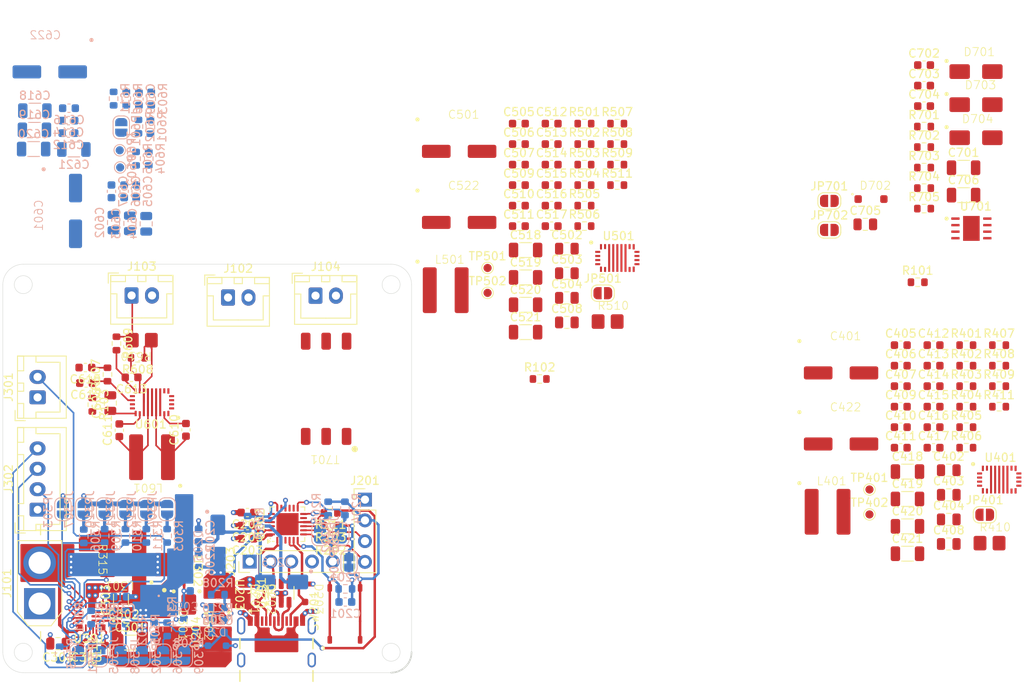
<source format=kicad_pcb>
(kicad_pcb (version 20240108) (generator "pcbnew") (generator_version "8.0")
  (layers (0 "F.Cu" signal) (1 "In1.Cu" power) (2 "In2.Cu" power) (31 "B.Cu" signal) (34 "B.Paste" user) (35 "F.Paste" user) (36 "B.SilkS" user "B.Silkscreen") (37 "F.SilkS" user "F.Silkscreen") (38 "B.Mask" user) (39 "F.Mask" user) (44 "Edge.Cuts" user))
  (net 0 "")
  (net 1 "/USB-C PD/RESET")
  (net 2 "GND")
  (net 3 "Net-(C202-Pad1)")
  (net 4 "Net-(U202-VDD)")
  (net 5 "Net-(U202-VREG_1V2)")
  (net 6 "Net-(U202-VREG_2V7)")
  (net 7 "Net-(C206-Pad2)")
  (net 8 "/Charger/VIN")
  (net 9 "/Buck-Boost-1/VIN")
  (net 10 "Net-(U301-BST)")
  (net 11 "Net-(U301-SW)")
  (net 12 "Net-(U301-VCC)")
  (net 13 "/Charger/VBATT")
  (net 14 "/Buck-Boost-1/VCC")
  (net 15 "Net-(U401-DITH{slash}SYNC)")
  (net 16 "Net-(U401-SW1)")
  (net 17 "Net-(U401-BOOT1)")
  (net 18 "Net-(U401-BOOT2)")
  (net 19 "Net-(U401-SW2)")
  (net 20 "Net-(U401-VOUT)")
  (net 21 "Net-(U401-ISP)")
  (net 22 "Net-(U401-ISN)")
  (net 23 "Net-(C415-Pad1)")
  (net 24 "Net-(U401-COMP)")
  (net 25 "/Buck-Boost-2/VCC")
  (net 26 "Net-(U501-DITH{slash}SYNC)")
  (net 27 "Net-(U501-BOOT1)")
  (net 28 "Net-(U501-SW1)")
  (net 29 "Net-(U501-SW2)")
  (net 30 "Net-(U501-BOOT2)")
  (net 31 "Net-(U501-VOUT)")
  (net 32 "Net-(U501-ISP)")
  (net 33 "Net-(U501-ISN)")
  (net 34 "Net-(C515-Pad1)")
  (net 35 "Net-(U501-COMP)")
  (net 36 "/Buck-Boost-3/VCC")
  (net 37 "Net-(U601-DITH{slash}SYNC)")
  (net 38 "Net-(U601-BOOT1)")
  (net 39 "Net-(U601-SW1)")
  (net 40 "Net-(U601-SW2)")
  (net 41 "Net-(U601-BOOT2)")
  (net 42 "Net-(U601-VOUT)")
  (net 43 "Net-(U601-ISP)")
  (net 44 "Net-(U601-ISN)")
  (net 45 "Net-(C615-Pad1)")
  (net 46 "Net-(U601-COMP)")
  (net 47 "/Buck-Boost-1/VOUT")
  (net 48 "/Isolated Flyback/VOUT+")
  (net 49 "Net-(C704-Pad1)")
  (net 50 "/Isolated Flyback/VOUT-")
  (net 51 "VBUS")
  (net 52 "/USB-C PD/CC1")
  (net 53 "/USB-C PD/CC2")
  (net 54 "/USB-C PD/VSYS")
  (net 55 "Net-(D302-Pad1)")
  (net 56 "Net-(D701-K)")
  (net 57 "/Isolated Flyback/SW")
  (net 58 "Net-(D703-Pad2)")
  (net 59 "/USB-C PD/pre_esd_D_N")
  (net 60 "SHIELD")
  (net 61 "SHIELD_1")
  (net 62 "/USB-C PD/pre_esd_D_P")
  (net 63 "SHIELD_2")
  (net 64 "SHIELD_3")
  (net 67 "Net-(JP201-A)")
  (net 68 "/USB-C PD/ADDR1")
  (net 69 "/USB-C PD/ADDR0")
  (net 70 "Net-(JP301-B)")
  (net 71 "Net-(JP302-B)")
  (net 72 "/Charger/CELL")
  (net 73 "Net-(JP304-B)")
  (net 74 "Net-(JP305-B)")
  (net 75 "Net-(JP306-B)")
  (net 76 "Net-(JP307-B)")
  (net 77 "Net-(JP308-B)")
  (net 78 "Net-(JP309-B)")
  (net 79 "Net-(JP310-B)")
  (net 80 "Net-(JP311-B)")
  (net 81 "Net-(JP312-B)")
  (net 82 "Net-(JP401-A)")
  (net 83 "Net-(JP501-A)")
  (net 84 "Net-(JP601-A)")
  (net 85 "Net-(JP701-B)")
  (net 86 "/Isolated Flyback/FB")
  (net 87 "Net-(JP702-B)")
  (net 88 "Net-(U301-CSP)")
  (net 89 "/Buck-Boost-1/FB_BT")
  (net 90 "/Buck-Boost-2/FB_BT")
  (net 91 "/Buck-Boost-3/FB_BT")
  (net 92 "/USB-C PD/SCL")
  (net 93 "/USB-C PD/SDA")
  (net 94 "Net-(U202-VBUS_VS_DISCH)")
  (net 101 "Net-(R208-Pad1)")
  (net 102 "Net-(U202-VBUS_EN_SNK)")
  (net 103 "Net-(U202-DISCH)")
  (net 104 "/Charger/ILIM")
  (net 105 "/Charger/ISET")
  (net 106 "/Charger/NTC")
  (net 107 "/Charger/VB")
  (net 108 "/Charger/EN")
  (net 109 "/Buck-Boost-1/EN")
  (net 110 "Net-(U401-FSW)")
  (net 111 "/Buck-Boost-1/PG")
  (net 112 "/Buck-Boost-1/~{CC}")
  (net 113 "Net-(U401-CDC)")
  (net 114 "/Buck-Boost-2/EN")
  (net 115 "Net-(U501-FSW)")
  (net 116 "/Buck-Boost-2/PG")
  (net 117 "/Buck-Boost-2/~{CC}")
  (net 118 "Net-(U501-CDC)")
  (net 119 "/Buck-Boost-2/VOUT")
  (net 120 "/Buck-Boost-3/EN")
  (net 121 "Net-(U601-FSW)")
  (net 122 "/Buck-Boost-3/PG")
  (net 123 "/Buck-Boost-3/~{CC}")
  (net 124 "Net-(U601-CDC)")
  (net 125 "/Buck-Boost-3/VOUT")
  (net 126 "Net-(U701-RSET)")
  (net 129 "/USB-C PD/D_N")
  (net 131 "/USB-C PD/D_P")
  (net 133 "/Charger/~{ACOK}")
  (net 134 "/Charger/~{STAT}")
  (footprint "Resistor_SMD:R_0603_1608Metric" (layer "F.Cu") (at 101.7 99.4 -90)
    (property "Reference" "R103")
    (property "Value" "56.2k")
  )
  (footprint "Capacitor_SMD:C_0603_1608Metric" (layer "F.Cu") (at 105.525 126.5)
    (property "Reference" "C302")
    (property "Value" "1u")
  )
  (footprint "SISA35DN-T1-GE3:SISA35DN-T1-GE3" (layer "F.Cu") (at 117.05 127.35 90)
    (property "Reference" "U204")
    (property "Value" "~")
  )
  (footprint "Connector_JST:JST_XH_B2B-XH-A_1x02_P2.50mm_Vertical" (layer "F.Cu") (at 106.5 86.025)
    (property "Reference" "J103")
    (property "Value" "3.3V")
  )
  (footprint "Capacitor_SMD:C_1206_3216Metric" (layer "F.Cu") (at 154.7 80.465)
    (property "Reference" "C518")
    (property "Value" "22u")
  )
  (footprint "SK34SMA-3G:SK34SMA-3G" (layer "F.Cu") (at 113.5 125.85 -90)
    (property "Reference" "D302")
    (property "Value" "~")
  )
  (footprint "Capacitor_SMD:C_0603_1608Metric" (layer "F.Cu") (at 157.89 64.985)
    (property "Reference" "C512")
    (property "Value" "100n")
  )
  (footprint "Capacitor_SMD:C_1206_3216Metric" (layer "F.Cu") (at 106.35 128.525)
    (property "Reference" "C301")
    (property "Value" "22u")
  )
  (footprint "Capacitor_SMD:C_0805_2012Metric" (layer "F.Cu") (at 97.5 128.65 180)
    (property "Reference" "C306")
    (property "Value" "10u")
  )
  (footprint "Resistor_SMD:R_0603_1608Metric" (layer "F.Cu") (at 203.45 65.35)
    (property "Reference" "R701")
    (property "Value" "12.1k")
  )
  (footprint "Resistor_SMD:R_0603_1608Metric" (layer "F.Cu") (at 161.9 64.985)
    (property "Reference" "R501")
    (property "Value" "100k")
  )
  (footprint "Capacitor_SMD:C_0603_1608Metric" (layer "F.Cu") (at 203.45 57.82)
    (property "Reference" "C702")
    (property "Value" "1u")
  )
  (footprint "Capacitor_SMD:C_0603_1608Metric" (layer "F.Cu") (at 106.5 96.05 180)
    (property "Reference" "C613")
    (property "Value" "100n")
  )
  (footprint "Capacitor_SMD:C_1206_3216Metric" (layer "F.Cu") (at 154.7 87.165)
    (property "Reference" "C520")
    (property "Value" "22u")
  )
  (footprint "TestPoint:TestPoint_Pad_D1.0mm" (layer "F.Cu") (at 150.05 85.705)
    (property "Reference" "TP502")
    (property "Value" "TestPoint")
  )
  (footprint "USB4105-GF-A:USB4105-GF-A" (layer "F.Cu") (at 124.22 130.65)
    (property "Reference" "J202")
    (property "Value" "USB4105-GF-A")
  )
  (footprint "Connector_JST:JST_XH_B4B-XH-A_1x04_P2.50mm_Vertical" (layer "F.Cu") (at 95 112.25 90)
    (property "Reference" "J302")
    (property "Value" "Conn_01x04_Socket")
  )
  (footprint "TestPoint:TestPoint_Pad_D1.0mm" (layer "F.Cu") (at 196.77 109.78)
    (property "Reference" "TP401")
    (property "Value" "TestPoint")
  )
  (footprint "Capacitor_SMD:C_0603_1608Metric" (layer "F.Cu") (at 100.85 94.85 180)
    (property "Reference" "C615")
    (property "Value" "10n")
  )
  (footprint "Jumper:SolderJumper-2_P1.3mm_Open_RoundedPad1.0x1.5mm" (layer "F.Cu") (at 191.86 74.45)
    (property "Reference" "JP701")
    (property "Value" "15 Volts")
  )
  (footprint "Resistor_SMD:R_0603_1608Metric" (layer "F.Cu") (at 203.45 70.37)
    (property "Reference" "R703")
    (property "Value" "203.2k")
  )
  (footprint "Capacitor_SMD:C_0603_1608Metric" (layer "F.Cu") (at 204.61 92.11)
    (property "Reference" "C412")
    (property "Value" "100n")
  )
  (footprint "Resistor_SMD:R_0603_1608Metric" (layer "F.Cu") (at 130.85 115.8 180)
    (property "Reference" "R202")
    (property "Value" "2.2k")
  )
  (footprint "74438367010:74438367010" (layer "F.Cu") (at 109.000126 105.826574 180)
    (property "Reference" "L601")
    (property "Value" "1u")
  )
  (footprint "Resistor_SMD:R_0603_1608Metric" (layer "F.Cu") (at 130.85 114.2 180)
    (property "Reference" "R203")
    (property "Value" "2.2k")
  )
  (footprint "Capacitor_SMD:C_0603_1608Metric" (layer "F.Cu") (at 203.45 60.33)
    (property "Reference" "C703")
    (property "Value" "100n")
  )
  (footprint "Connector_PinHeader_2.54mm:PinHeader_1x04_P2.54mm_Vertical" (layer "F.Cu") (at 135.05 111.02)
    (property "Reference" "J201")
    (property "Value" "Conn_01x04_Socket")
  )
  (footprint "Capacitor_SMD:C_0805_2012Metric" (layer "F.Cu") (at 159.75 89.325)
    (property "Reference" "C508")
    (property "Value" "4.7u")
  )
  (footprint "Resistor_SMD:R_0603_1608Metric" (layer "F.Cu") (at 203.45 72.88)
    (property "Reference" "R704")
    (property "Value" "100")
  )
  (footprint "Capacitor_SMD:C_0603_1608Metric" (layer "F.Cu") (at 200.6 99.64)
    (property "Reference" "C409")
    (property "Value" "10n")
  )
  (footprint "Resistor_SMD:R_0603_1608Metric" (layer "F.Cu") (at 208.62 99.64)
    (property "Reference" "R404")
    (property "Value" "100k")
  )
  (footprint "865080543009:865080543009" (layer "F.Cu") (at 146.575 77.08)
    (property "Reference" "C522")
    (property "Value" "47u")
  )
  (footprint "Capacitor_SMD:C_0603_1608Metric" (layer "F.Cu") (at 204.61 99.64)
    (property "Reference" "C415")
    (property "Value" "10n")
  )
  (footprint "Package_DFN_QFN:QFN-24-1EP_4x4mm_P0.5mm_EP2.7x2.7mm" (layer "F.Cu") (at 125.575 114.025 90)
    (property "Reference" "U202")
    (property "Value" "~")
  )
  (footprint "Capacitor_SMD:C_0603_1608Metric" (layer "F.Cu") (at 200.6 92.11)
    (property "Reference" "C405")
    (property "Value" "1u")
  )
  (footprint "Resistor_SMD:R_0603_1608Metric" (layer "F.Cu") (at 208.62 104.66)
    (property "Reference" "R406")
    (property "Value" "150k")
  )
  (footprint "Resistor_SMD:R_0603_1608Metric" (layer "F.Cu") (at 212.63 97.13)
    (property "Reference" "R409")
    (property "Value" "10")
  )
  (footprint "Connector_PinHeader_2.54mm:PinHeader_1x05_P2.54mm_Vertical" (layer "F.Cu") (at 120.95 118.6 90)
    (property "Reference" "J203")
    (property "Value" "USB IDC")
  )
  (footprint "Capacitor_SMD:C_1206_3216Metric" (layer "F.Cu") (at 201.42 114.29)
    (property "Reference" "C420")
    (property "Value" "22u")
  )
  (footprint "PE1206FRE470R02L:PE1206FRE470R02L" (layer "F.Cu") (at 211.456993 116.345)
    (property "Reference" "R410")
    (property "Value" "20m")
  )
  (footprint "865080543009:865080543009" (layer "F.Cu") (at 146.575 68.38)
    (property "Reference" "C501")
    (property "Value" "47u")
  )
  (footprint "Resistor_SMD:R_0603_1608Metric" (layer "F.Cu") (at 208.62 92.11)
    (property "Reference" "R401")
    (property "Value" "100k")
  )
  (footprint "PE1206FRE470R02L:PE1206FRE470R02L" (layer "F.Cu") (at 107.75 91.5 180)
    (property "Reference" "R610")
    (property "Value" "20m")
  )
  (footprint "SK34SMA-3G:SK34SMA-3G" (layer "F.Cu") (at 110.35 125.85 -90)
    (property "Reference" "D301")
    (property "Value" "~")
  )
  (footprint "Capacitor_SMD:C_0603_1608Metric" (layer "F.Cu") (at 153.88 67.495)
    (property "Reference" "C506")
    (property "Value" "100n")
  )
  (footprint "Capacitor_SMD:C_0805_2012Metric" (layer "F.Cu") (at 103.9 99.2 90)
    (property "Reference" "C608")
    (property "Value" "4.7u")
  )
  (footprint "TPS552872RYQR:TPS552872RYQR" (layer "F.Cu") (at 212.645 108.565)
    (property "Reference" "U401")
    (property "Value" "~" (hide yes))
  )
  (footprint "Resistor_SMD:R_0603_1608Metric" (layer "F.Cu") (at 165.91 70.005)
    (property "Reference" "R509")
    (property "Value" "10")
  )
  (footprint "STS321240B301:STS321240B301" (layer "F.Cu") (at 121.92 122.45 -90)
    (property "Reference" "D202")
    (property "Value" "24V")
  )
  (footprint "Capacitor_SMD:C_0603_1608Metric" (layer "F.Cu") (at 204.61 94.62)
    (property "Reference" "C413")
    (property "Value" "100n")
  )
  (footprint "Resistor_SMD:R_0603_1608Metric" (layer "F.Cu") (at 156.425 96.25)
    (property "Reference" "R102")
    (property "Value" "31.6k")
  )
  (footprint "Capacitor_SMD:C_0603_1608Metric" (layer "F.Cu") (at 120.675 115.8 180)
    (property "Reference" "C203")
    (property "Value" "1u")
  )
  (footprint "Resistor_SMD:R_0603_1608Metric" (layer "F.Cu") (at 212.63 99.64)
    (property "Reference" "R411")
    (property "Value" "100k")
  )
  (footprint "Capacitor_SMD:C_1206_3216Metric" (layer "F.Cu") (at 201.42 107.59)
    (property "Reference" "C418")
    (property "Value" "22u")
  )
  (footprint "TestPoint:TestPoint_Pad_D1.0mm" (layer "F.Cu") (at 150.05 82.655)
    (property "Reference" "TP501")
    (property "Value" "TestPoint")
  )
  (footprint "SISA35DN-T1-GE3:SISA35DN-T1-GE3" (layer "F.Cu") (at 111.95 119.65 -90)
    (property "Reference" "U302")
    (property "Value" "~")
  )
  (footprint "PE1206FRE470R02L:PE1206FRE470R02L" (layer "F.Cu") (at 101 117.65 -90)
    (property "Reference" "R315")
    (property "Value" "20m")
  )
  (footprint "xt30:AMASS_XT30U-F_1x02_P5.0mm_Vertical" (layer "F.Cu") (at 95.25 123.75 90)
    (property "Reference" "J101")
    (property "Value" "Battery")
  )
  (footprint "1N4148W-13-F:1N4148W-13-F" (layer "F.Cu") (at 196.96 74.225)
    (property "Reference" "D702")
    (property "Value" "~")
  )
  (footprint "Resistor_SMD:R_0603_1608Metric" (layer "F.Cu") (at 161.9 67.495)
    (property "Reference" "R502")
    (property "Value" "100k")
  )
  (footprint "Capacitor_SMD:C_0805_2012Metric" (layer "F.Cu") (at 196.26 77.32)
    (property "Reference" "C705")
    (property "Value" "10u")
  )
  (footprint "Resistor_SMD:R_0603_1608Metric" (layer "F.Cu") (at 212.63 94.62)
    (property "Reference" "R408")
    (property "Value" "10")
  )
  (footprint "Capacitor_SMD:C_0805_2012Metric" (layer "F.Cu") (at 159.75 80.295)
    (property "Reference" "C502")
    (property "Value" "10u")
  )
  (footprint "PE1206FRE470R02L:PE1206FRE470R02L" (layer "F.Cu") (at 164.736993 89.22)
    (property "Reference" "R510")
    (property "Value" "20m")
  )
  (footprint "Capacitor_SMD:C_1206_3216Metric" (layer "F.Cu") (at 154.7 83.815)
    (property "Reference" "C519")
    (property "Value" "22u")
  )
  (footprint "Capacitor_SMD:C_0603_1608Metric" (layer "F.Cu") (at 157.89 75.025)
    (property "Reference" "C516")
    (property "Value" "1u")
  )
  (footprint "Resistor_SMD:R_0603_1608Metric" (layer "F.Cu") (at 212.63 92.11)
    (property "Reference" "R407")
    (property "Value" "8.06k")
  )
  (footprint "Capacitor_SMD:C_1206_3216Metric" (layer "F.Cu") (at 154.7 90.515)
    (property "Reference" "C521")
    (property "Value" "22u")
  )
  (footprint "Capacitor_SMD:C_0603_1608Metric" (layer "F.Cu") (at 204.61 97.13)
    (property "Reference" "C414")
    (property "Value" "100n")
  )
  (footprint "865080543009:865080543009" (layer "F.Cu") (at 193.295 104.205)
    (property "Reference" "C422")
    (property "Value" "47u")
  )
  (footprint "865080543009:865080543009" (layer "F.Cu") (at 193.295 95.505)
    (property "Reference" "C401")
    (property "Value" "47u")
  )
  (footprint "STS321240B301:STS321240B301" (layer "F.Cu") (at 119.97 122.45 -90)
    (property "Reference" "D201")
    (property "Value" "24V")
  )
  (footprint "Resistor_SMD:R_0603_1608Metric" (layer "F.Cu") (at 208.62 102.15)
    (property "Reference" "R405")
    (property "Value" "100k")
  )
  (footprint "Resistor_SMD:R_0603_1608Metric" (layer "F.Cu") (at 202.67 84.405)
    (property "Reference" "R101")
    (property "Value" "8.06k")
  )
  (footprint "Capacitor_SMD:C_0603_1608Metric" (layer "F.Cu") (at 157.89 72.515)
    (property "Reference" "C515")
    (property "Value" "10n")
  )
  (footprint "Resistor_SMD:R_0603_1608Metric" (layer "F.Cu") (at 203.45 67.86)
    (property "Reference" "R702")
    (property "Value" "153.2k")
  )
  (footprint "Capacitor_SMD:C_1206_3216Metric" (layer "F.Cu") (at 201.42 110.94)
    (property "Reference" "C419")
    (property "Value" "22u")
  )
  (footprint "Resistor_SMD:R_0603_1608Metric" (layer "F.Cu") (at 161.9 72.515)
    (property "Reference" "R504")
    (property "Value" "100k")
  )
  (footprint "Capacitor_SMD:C_0603_1608Metric" (layer "F.Cu") (at 200.6 104.66)
    (property "Reference" "C411")
    (property "Value" "100n")
  )
  (footprint "Capacitor_SMD:C_0805_2012Metric" (layer "F.Cu") (at 206.47 116.45)
    (property "Reference" "C408")
    (property "Value" "4.7u")
  )
  (footprint "Capacitor_SMD:C_0603_1608Metric" (layer "F.Cu") (at 120.675 112.6 180)
    (property "Reference" "C204")
    (property "Value" "1u")
  )
  (footprint "SMAZ22-13-F:SMAZ22-13-F" (layer "F.Cu") (at 209.805 66.715)
    (property "Reference" "D704")
    (property "Value" "22V")
  )
  (footprint "Capacitor_SMD:C_0603_1608Metric" (layer "F.Cu") (at 153.88 75.025)
    (property "Reference" "C510")
    (property "Value" "100n")
  )
  (footprint "PTS526_SK15_SMTR2_LFS:SMT_FS" (layer "F.Cu") (at 132.6 125 90)
    (property "Reference" "SW201")
    (property "Value" "PTS526 SK15 SMTR2 LFS")
  )
  (footprint "Resistor_SMD:R_0603_1608Metric" (layer "F.Cu") (at 161.9 75.025)
    (property "Reference" "R505")
    (property "Value" "100k")
  )
  (footprint "74438367100:74438367100" (layer "F.Cu") (at 105.475 117.65 180)
    (property "Reference" "L301")
    (property "Value" "10u")
  )
  (footprint "Capacitor_SMD:C_0603_1608Metric" (layer "F.Cu") (at 157.89 70.005)
    (property "Reference" "C514")
    (property "Value" "100n")
  )
  (footprint "74438367010:74438367010" (layer "F.Cu") (at 144.925 85.38)
    (property "Reference" "L501")
    (property "Value" "1u")
  )
  (footprint "Capacitor_SMD:C_1206_3216Metric" (layer "F.Cu") (at 105.2 123.3 90)
    (property "Reference" "C303")
    (property "Value" "2.2u")
  )
  (footprint "Capacitor_SMD:C_0603_1608Metric" (layer "F.Cu") (at 113.150126 102.476574 90)
    (property "Reference" "C610")
    (property "Value" "100n")
  )
  (footprint "MP2759GQ-0000-Z:MP2759GQ-0000-Z" (layer "F.Cu") (at 101.5 125.3 180)
    (property "Reference" "U301")
    (property "Value" "~")
  )
  (footprint "Capacitor_SMD:C_0603_1608Metric" (layer "F.Cu") (at 100.925 96.75 180)
    (property "Reference" "C617")
    (property "Value" "100p")
  )
  (footprint "Capacitor_SMD:C_0603_1608Metric" (layer "F.Cu") (at 153.88 77.535)
    (property "Reference" "C511")
    (property "Value" "100n")
  )
  (footprint "Resistor_SMD:R_0603_1608Metric" (layer "F.Cu") (at 165.91 72.515)
    (property "Reference" "R511")
    (property "Value" "100k")
  )
  (footprint "Capacitor_SMD:C_0603_1608Metric" (layer "F.Cu") (at 101 128.9 180)
    (property "Reference" "C305")
    (property "Value" "1u")
  )
  (footprint "TestPoint:TestPoint_Pad_D1.0mm" (layer "F.Cu") (at 196.77 112.83)
    (property "Reference" "TP402")
    (property "Value" "TestPoint")
  )
  (footprint "Resistor_SMD:R_0603_1608Metric" (layer "F.Cu") (at 103.55 95.7 90)
    (property "Reference" "R607")
    (property "Value" "8.06k")
  )
  (footprint "Package_TO_SOT_SMD:SOT-23-6" (layer "F.Cu") (at 124.8075 122.45 90)
    (property "Reference" "U201")
    (property "Value" "USBLC6-2P6")
  )
  (footprint "Capacitor_SMD:C_1206_3216Metric" (layer "F.Cu") (at 201.42 117.64)
    (property "Reference" "C421")
    (property "Value" "22u")
  )
  (footprint "Capacitor_SMD:C_0805_2012Metric" (layer "F.Cu") (at 159.75 86.315)
    (property "Reference" "C504")
    (property "Value" "10u")
  )
  (footprint "Capacitor_SMD:C_0603_1608Metric" (layer "F.Cu") (at 120.675 114.2 180)
    (property "Reference" "C205")
    (property "Value" "1u")
  )
  (footprint "Connector_JST:JST_XH_B2B-XH-A_1x02_P2.50mm_Vertical" (layer "F.Cu") (at 118.3 86.275)
    (property "Reference" "J102")
    (property "Value" "5V")
  )
  (footprint "Capacitor_SMD:C_0603_1608Metric" (layer "F.Cu") (at 153.88 64.985)
    (property "Reference" "C505")
    (property "Value" "1u")
  )
  (footprint "Capacitor_SMD:C_0603_1608Metric" (layer "F.Cu") (at 105.000126 102.526574 90)
    (property "Reference" "C611")
    (property "Value" "100n")
  )
  (footprint "Connector_JST:JST_XH_B2B-XH-A_1x02_P2.50mm_Vertical" (layer "F.Cu") (at 129 86.05)
    (property "Reference" "J104")
    (property "Value" "V_ISOLATED")
  )
  (footprint "LM5181NGUR:NGU0008C-IPC_A" (layer "F.Cu") (at 209.236067 77.815)
    (property "Reference" "U701")
    (property "Value" "~")
  )
  (footprint "Capacitor_SMD:C_0603_1608Metric" (layer "F.Cu") (at 200.6 97.13)
    (property "Reference" "C407")
    (property "Value" "100n")
  )
  (footprint "Capacitor_SMD:C_0805_2012Metric" (layer "F.Cu") (at 159.75 83.305)
    (property "Reference" "C503")
    (property "Value" "10u")
  )
  (footprint "Capacitor_SMD:C_0603_1608Metric" (layer "F.Cu") (at 153.88 72.515)
    (property "Reference" "C509")
    (property "Value" "10n")
  )
  (footprint "Capacitor_SMD:C_0603_1608Metric" (layer "F.Cu") (at 200.6 102.15)
    (property "Reference" "C410")
    (property "Value" "100n")
  )
  (footprint "Resistor_SMD:R_0603_1608Metric" (layer "F.Cu") (at 161.9 77.535)
    (property "Reference" "R506")
    (property "Value" "150k")
  )
  (footprint "Connector_JST:JST_XH_B2B-XH-A_1x02_P2.50mm_Vertical" (layer "F.Cu") (at 95 98.5 90)
    (property "Reference" "J301")
    (property "Value" "Conn_01x02_Socket")
  )
  (footprint "Capacitor_SMD:C_0603_1608Metric" (layer "F.Cu") (at 203.45 62.84)
    (property "Reference" "C704")
    (property "Value" "22p")
  )
  (footprint "Capacitor_SMD:C_0603_1608Metric" (layer "F.Cu") (at 200.6 94.62)
    (property "Reference" "C406")
    (property "Value" "100n")
  )
  (footprint "SK34SMA-3G:SK34SMA-3G" (layer "F.Cu") (at 209.805 62.665)
    (property "Reference" "D703")
    (property "Value" "~")
  )
  (footprint "Capacitor_SMD:C_1206_3216Metric" (layer "F.Cu") (at 208.28 70.39)
    (property "Reference" "C701")
    (property "Value" "22u")
  )
  (footprint "Capacitor_SMD:C_0603_1608Metric" (layer "F.Cu") (at 204.61 102.15)
    (property "Reference" "C416")
    (property "Value" "1u")
  )
  (footprint "Resistor_SMD:R_0603_1608Metric" (layer "F.Cu") (at 130.85 112.65 180)
    (property "Reference" "R211")
    (property "Value" "1k")
  )
  (footprint "Resistor_SMD:R_0603_1608Metric" (layer "F.Cu") (at 103.25 129.65 90)
    (property "Reference" "R312")
    (property "Value" "105k")
  )
  (footprint "Capacitor_SMD:C_0603_1608Metric" (layer "F.Cu") (at 157.89 77.535)
    (property "Reference" "C517")
    (property "Value" "100p")
  )
  (footprint "Capacitor_SMD:C_0805_2012Metric" (layer "F.Cu") (at 206.47 110.43)
    (property "Reference" "C403")
    (property "Value" "10u")
  )
  (footprint "Capacitor_SMD:C_0603_1608Metric" (layer "F.Cu") (at 153.88 70.005)
    (property "Reference" "C507")
    (property "Value" "100n")
  )
  (footprint "Capacitor_SMD:C_0603_1608Metric" (layer "F.Cu") (at 157.89 67.495)
    (property "Reference" "C513")
    (property "Value" "100n")
  )
  (footprint "Jumper:SolderJumper-2_P1.3mm_Open_RoundedPad1.0x1.5mm" (layer "F.Cu") (at 191.86 78)
    (property "Reference" "JP702")
    (property "Value" "20 Volts")
  )
  (footprint "SMAZ27-13-F:SMAZ27-13-F" (layer "F.Cu") (at 209.805 58.615)
    (property "Reference" "D701")
    (property "Value" "27V")
  )
  (footprint "SISA35DN-T1-GE3:SISA35DN-T1-GE3" (layer "F.Cu") (at 117.05 122.55 -90)
    (property "Reference" "U203")
    (property "Value" "~")
  )
  (footprint "Capacitor_SMD:C_1206_3216Metric" (layer "F.Cu") (at 208.28 73.74)
    (property "Reference" "C706")
    (property "Value" "22u")
  )
  (footprint "Resistor_SMD:R_0603_1608Metric" (layer "F.Cu") (at 208.62 94.62)
    (property "Reference" "R402")
    (property "Value" "100k")
  )
  (footprint "STS321240B301:STS321240B301" (layer "F.Cu") (at 127.72 122.45 -90)
    (property "Reference" "D203")
    (property "Value" "24V")
  )
  (footprint "Capacitor_SMD:C_0805_2012Metric" (layer "F.Cu") (at 206.47 113.44)
    (property "Reference" "C404")
    (property "Value" "10u")
  )
  (footprint "Capacitor_SMD:C_0805_2012Metric" (layer "F.Cu") (at 206.47 107.42)
    (property "Reference" "C402")
    (property "Value" "10u")
  )
  (footprint "74438367010:74438367010" (layer "F.Cu") (at 191.645 112.505)
    (property "Reference" "L401")
    (property "Value" "1u")
  )
  (footprint "Resistor_SMD:R_0603_1608Metric" (layer "F.Cu") (at 165.91 67.495)
    (property "Reference" "R508")
    (property "Value" "10")
  )
  (footprint "Resistor_SMD:R_0603_1608Metric" (layer "F.Cu") (at 165.91 64.985)
    (property "Reference" "R507")
    (property "Value" "8.06k")
  )
  (footprint "Jumper:SolderJumper-2_P1.3mm_Open_RoundedPad1.0x1.5mm" (layer "F.Cu") (at 210.87 112.87)
    (property "Reference" "JP401")
    (property "Value" "EN")
  )
  (footprint "Capacitor_SMD:C_0603_1608Metric" (layer "F.Cu") (at 204.61 104.66)
    (property "Reference" "C417")
    (property "Value" "100p")
  )
  (footprint "Resistor_SMD:R_0603_1608Metric" (layer "F.Cu") (at 208.62 97.13)
    (property "Reference" "R403")
    (property "Value" "9.31k")
  )
  (footprint "Jumper:SolderJumper-2_P1.3mm_Open_RoundedPad1.0x1.5mm" (layer "F.Cu") (at 164.15 85.745)
    (property "Reference" "JP501")
    (property "Value" "EN")
  )
  (footprint "TPS552872RYQR:TPS552872RYQR" (layer "F.Cu") (at 165.925 81.44)
    (property "Reference" "U501")
    (property "Value" "~" (hide yes))
  )
  (footprint "TPS552872RYQR:TPS552872RYQR" (layer "F.Cu") (at 109 99.1 180)
    (property "Reference" "U601")
    (property "Value" "~" (hide yes))
  )
  (footprint "750315829:750315829" (layer "F.Cu") (at 130.3 97.45 180)
    (property "Reference" "T701")
    (property "Value" "150u")
  )
  (footprint "Resistor_SMD:R_0603_1608Metric" (layer "F.Cu") (at 203.45 75.39)
    (property "Reference" "R705")
    (property "Value" "2.2k")
  )
  (footprint "Resistor_SMD:R_0603_1608Metric" (layer "F.Cu") (at 161.9 70.005)
    (property "Reference" "R503")
    (property "Value" "9.31k")
  )
  (footprint "Resistor_SMD:R_0603_1608Metric" (layer "F.Cu") (at 104.65 91.9 -90)
    (property "Reference" "R609")
    (property "Value" "10")
  )
  (footprint "Resistor_SMD:R_0603_1608Metric" (layer "F.Cu") (at 107.25 93.65 180)
    (property "Reference" "R608")
    (property "Value" "10")
  )
  (footprint "Resistor_SMD:R_0603_1608Metric" (layer "B.Cu") (at 117.05 125.75 180)
    (property "Reference" "R210")
    (property "Value" "100")
  )
  (footprint "Capacitor_SMD:C_0603_1608Metric" (layer "B.Cu") (at 107.4 61.975 90)
    (property "Reference" "C609")
    (property "Value" "10n")
  )
  (footprint "Jumper:SolderJumper-2_P1.3mm_Open_RoundedPad1.0x1.5mm" (layer "B.Cu") (at 105.24 65.45 90)
    (property "Reference" "JP601")
    (property "Value" "EN")
  )
  (footprint "Resistor_SMD:R_0603_1608Metric" (layer "B.Cu") (at 105.8 125.45 -90)
    (property "Reference" "R307")
    (property "Value" "27.4k")
  )
  (footprint "Resistor_SMD:R_0603_1608Metric" (layer "B.Cu") (at 110.85 126.9 -90)
    (property "Reference" "R305")
    (property "Value" "47.5k")
  )
  (footprint "Resistor_SMD:R_0603_1608Metric" (layer "B.Cu") (at 103.2 115.45 90)
    (property "Reference" "R309")
    (property "Value" "65k")
  )
  (footprint "Jumper:SolderJumper-2_P1.3mm_Open_RoundedPad1.0x1.5mm" (layer "B.Cu") (at 105.75 112.2 -90)
    (property "Reference" "JP311")
    (property "Value" "4.15 Volts")
  )
  (footprint "Jumper:SolderJumper-2_P1.3mm_Open_RoundedPad1.0x1.5mm" (layer "B.Cu") (at 105.15 130.1 90)
    (property "Reference" "JP308")
    (property "Value" "3 Amp")
  )
  (footprint "Resistor_SMD:R_0603_1608Metric" (layer "B.Cu") (at 108.3 115.45 90)
    (property "Reference" "R311")
    (property "Value" "105k")
  )
  (footprint "Resistor_SMD:R_0603_1608Metric" (layer "B.Cu") (at 110.85 115.45 90)
    (property "Reference" "R303")
    (property "Value" "10k")
  )
  (footprint "Capacitor_SMD:C_1206_3216Metric" (layer "B.Cu") (at 94.515 68.1 180)
    (property "Reference" "C620")
    (property "Value" "22u")
  )
  (footprint "Capacitor_SMD:C_0603_1608Metric" (layer "B.Cu") (at 98.84 63.1)
    (property "Reference" "C616")
    (property "Value" "1u")
  )
  (footprint "Resistor_SMD:R_0603_1608Metric" (layer "B.Cu") (at 112.9 124.75 -90)
    (property "Reference" "R314")
    (property "Value" "1M")
  )
  (footprint "Capacitor_SMD:C_0805_2012Metric" (layer "B.Cu") (at 108.29 77.25 -90)
    (property "Reference" "C604")
    (property "Value" "10u")
  )
  (footprint "Jumper:SolderJumper-2_P1.3mm_Bridged_RoundedPad1.0x1.5mm" (layer "B.Cu") (at 133.1 118.7 -90)
    (property "Reference" "JP201")
    (property "Value" "SolderJumper_2_Bridged")
  )
  (footprint "Resistor_SMD:R_0603_1608Metric" (layer "B.Cu") (at 107.34 65.35 90)
    (property "Reference" "R602")
    (property "Value" "100k")
  )
  (footprint "Capacitor_SMD:C_0603_1608Metric" (layer "B.Cu") (at 98.775 64.62)
    (property "Reference" "C614")
    (property "Value" "100n")
  )
  (footprint "Capacitor_SMD:C_0603_1608Metric" (layer "B.Cu") (at 114.7 115.4 90)
    (property "Reference" "C202")
    (property "Value" "1u")
  )
  (footprint "865080543009:865080543009" (layer "B.Cu") (at 99.64 75.675 -90)
    (property "Reference" "C601")
    (property "Value" "47u")
  )
  (footprint "Resistor_SMD:R_0603_1608Metric" (layer "B.Cu") (at 105.85 61.925 90)
    (property "Reference" "R606")
    (property "Value" "150k")
  )
  (footprint "Capacitor_SMD:C_0805_2012Metric" (layer "B.Cu") (at 104.29 77.1 -90)
    (property "Reference" "C602")
    (property "Value" "10u")
  )
  (footprint "Resistor_SMD:R_0603_1608Metric" (layer "B.Cu") (at 120.7 113.85 90)
    (property "Reference" "R207")
    (property "Value" "1k")
  )
  (footprint "Jumper:SolderJumper-2_P1.3mm_Open_RoundedPad1.0x1.5mm" (layer "B.Cu") (at 107.75 130.1 90)
    (property "Reference" "JP302")
    (property "Value" "1 Amp")
  )
  (footprint "Resistor_SMD:R_0603_1608Metric" (layer "B.Cu") (at 114.7 118.45 90)
    (property "Reference" "R206")
    (property "Value" "470")
  )
  (footprint "Resistor_SMD:R_0603_1608Metric" (layer "B.Cu") (at 108.8 65.4 90)
    (property "Reference" "R601")
    (property "Value" "100k")
  )
  (footprint "Resistor_SMD:R_0603_1608Metric" (layer "B.Cu") (at 108.9 61.925 90)
    (property "Reference" "R603")
    (property "Value" "9.31k")
  )
  (footprint "Resistor_SMD:R_0603_1608Metric" (layer "B.Cu") (at 100.65 115.5 90)
    (property "Reference" "R306")
    (property "Value" "35k")
  )
  (footprint "TestPoint:TestPoint_Pad_D1.0mm" (layer "B.Cu") (at 105.05 68.25 90)
    (property "Reference" "TP601")
    (property "Value" "TestPoint")
  )
  (footprint "Resistor_SMD:R_0603_1608Metric" (layer "B.Cu") (at 130.55 112.1 -90)
    (property "Reference" "R205")
    (property "Value" "100k")
  )
  (footprint "Capacitor_SMD:C_0603_1608Metric" (layer "B.Cu") (at 107.06 73.275 90)
    (property "Reference" "C605")
    (property "Value" "1u")
  )
  (footprint "Resistor_SMD:R_0603_1608Metric" (layer "B.Cu") (at 109.25 126.9 -90)
    (property "Reference" "R302")
    (property "Value" "95.3")
  )
  (footprint "Resistor_SMD:R_0603_1608Metric" (layer "B.Cu") (at 105.75 115.45 90)
    (property "Reference" "R310")
    (property "Value" "65k")
  )
  (footprint "Capacitor_SMD:C_0603_1608Metric" (layer "B.Cu") (at 132.65 123.55)
    (property "Reference" "C201")
    (property "Value" "100n")
  )
  (footprint "Jumper:SolderJumper-2_P1.3mm_Open_RoundedPad1.0x1.5mm" (layer "B.Cu") (at 99.95 130.1 90)
    (property "Reference" "JP301")
    (property "Value" "1 Amp")
  )
  (footprint "Resistor_SMD:R_0603_1608Metric" (layer "B.Cu") (at 117.05 122.65 180)
    (property "Reference" "R208")
    (property "Value" "22k")
  )
  (footprint "Jumper:SolderJumper-2_P1.3mm_Open_RoundedPad1.0x1.5mm" (layer "B.Cu") (at 112.95 130.1 90)
    (property "Reference" "JP309")
    (property "Value" "3 Amp")
  )
  (footprint "Resistor_SMD:R_0603_1608Metric" (layer "B.Cu") (at 104.3 61.925 90)
    (property "Reference" "R611")
    (property "Value" "100k")
  )
  (footprint "Capacitor_SMD:C_1206_3216Metric" (layer "B.Cu") (at 94.615 65.75 180)
    (property "Reference" "C619")
    (property "Value" "22u")
  )
  (footprint "Jumper:SolderJumper-2_P1.3mm_Open_RoundedPad1.0x1.5mm" (layer "B.Cu") (at 108.3 112.2 -90)
    (property "Reference" "JP312")
    (property "Value" "4.2 Volts")
  )
  (footprint "Capacitor_SMD:C_0603_1608Metric" (layer "B.Cu") (at 105.1 122.9)
    (property "Reference" "C304")
    (property "Value" "100n")
  )
  (footprint "Jumper:SolderJumper-2_P1.3mm_Open_RoundedPad1.0x1.5mm" (layer "B.Cu") (at 98.1 112.2 -90)
    (property "Reference" "JP303")
    (property "Value" "1-cell series")
  )
  (footprint "Jumper:SolderJumper-2_P1.3mm_Open_RoundedPad1.0x1.5mm" (layer "B.Cu") (at 103.2 112.2 -90)
    (property "Reference" "JP310")
    (property "Value" "3-cell series")
  )
  (footprint "Jumper:SolderJumper-2_P1.3mm_Bridged_RoundedPad1.0x1.5mm" (layer "B.Cu") (at 129.55 115.25 90)
    (property "Reference" "JP203")
    (property "Value" "SolderJumper_2_Bridged")
  )
  (footprint "Capacitor_SMD:C_1206_3216Metric" (layer "B.Cu") (at 99.44 68.15)
    (property "Reference" "C621")
    (property "Value" "22u")
  )
  (footprint "Capacitor_SMD:C_0603_1608Metric" (layer "B.Cu") (at 98.775 66.15)
    (property "Reference" "C612")
    (property "Value" "100n")
  )
  (footprint "Capacitor_SMD:C_0603_1608Metric" (layer "B.Cu") (at 105.59 73.275 90)
    (property "Reference" "C606")
    (property "Value" "100n")
  )
  (footprint "Jumper:SolderJumper-2_P1.3mm_Open_RoundedPad1.0x1.5mm" (layer "B.Cu") (at 102.55 130.1 90)
    (property "Reference" "JP305")
    (property "Value" "2 Amp")
  )
  (footprint "Jumper:SolderJumper-2_P1.3mm_Bridged_RoundedPad1.0x1.5mm" (layer "B.Cu") (at 132.1 115.25 -90)
    (property "Reference" "JP202")
    (property "Value" "SolderJumper_2_Bridged")
  )
  (footprint "Jumper:SolderJumper-2_P1.3mm_Open_RoundedPad1.0x1.5mm" (layer "B.Cu") (at 100.65 112.2 -90)
    (property "Reference" "JP307")
    (property "Value" "2-cell series")
  )
  (footprint "Capacitor_SMD:C_0603_1608Metric" (layer "B.Cu") (at 117.05 127.3 180)
    (property "Reference" "C206")
    (property "Value" "100n")
  )
  (footprint "Resistor_SMD:R_0603_1608Metric" (layer "B.Cu") (at 132.65 121.95 180)
    (property "Reference" "R201")
    (property "Value" "100k")
  )
  (footprint "Capacitor_SMD:C_1206_3216Metric" (layer "B.Cu") (at 94.665 63.4 180)
    (property "Reference" "C618")
    (property "Value" "22u")
  )
  (footprint "TestPoint:TestPoint_Pad_D1.0mm" (layer "B.Cu") (at 105.1 70.35 90)
    (property "Reference" "TP602")
    (property "Value" "TestPoint")
  )
  (footprint "SK34SMA-3G:SK34SMA-3G" (layer "B.Cu") (at 117.05 116.1 -90)
    (property "Reference" "D205")
    (property "Value" "~")
  )
  (footprint "865080543009:865080543009" (layer "B.Cu") (at 96.49 58.65 180)
    (property "Reference" "C622")
    (property "Value" "47u")
  )
  (footprint "Resistor_SMD:R_0603_1608Metric" (layer "B.Cu") (at 97.7 129.85 90)
    (property "Reference" "R313")
    (property "Value" "10k")
  )
  (footprint "Resistor_SMD:R_0603_1608Metric" (layer "B.Cu") (at 113.5 127.15)
    (property "Reference" "R308")
    (property "Value" "31.6k")
  )
  (footprint "Resistor_SMD:R_0603_1608Metric" (layer "B.Cu") (at 132.6 112.1 90)
    (property "Reference" "R204")
    (property "Value" "100k")
  )
  (footprint "Capacitor_SMD:C_0603_1608Metric" (layer "B.Cu") (at 104.04 73.275 90)
    (property "Reference" "C607")
    (property "Value" "100n")
  )
  (footprint "Jumper:SolderJumper-2_P1.3mm_Open_RoundedPad1.0x1.5mm" (layer "B.Cu") (at 110.85 112.2 -90)
    (property "Reference" "JP304")
    (property "Value" "Dummy NTC")
  )
  (footprint "SK34SMA-3G:SK34SMA-3G" (layer "B.Cu") (at 124.85 121.1 180)
    (property "Reference" "D206")
    (property "Value" "~")
  )
  (footprint "Resistor_SMD:R_0603_1608Metric" (layer "B.Cu") (at 117.05 124.2)
    (property "Reference" "R209")
    (property "Value" "100k")
  )
  (footprint "Capacitor_SMD:C_0805_2012Metric" (layer "B.Cu") (at 106.29 77.2 -90)
    (property "Reference" "C603")
    (property "Value" "10u")
  )
  (footprint "Jumper:SolderJumper-2_P1.3mm_Open_RoundedPad1.0x1.5mm" (layer "B.Cu") (at 110.35 130.1 90)
    (property "Reference" "JP306")
    (property "Value" "2 Amp")
  )
  (footprint "BZT52C11-7-F:BZT52C11-7-F" (layer "B.Cu") (at 112.1 122.2)
    (property "Reference" "D303")
    (property "Value" "11V")
  )
  (footprint "Resistor_SMD:R_0603_1608Metric" (layer "B.Cu") (at 101.55 125.45 -90)
    (property "Reference" "R301")
    (property "Value" "80.6k")
  )
  (footprint "Resistor_SMD:R_0603_1608Metric" (layer "B.Cu") (at 104.1 125.45 -90)
    (property "Reference" "R304")
    (property "Value" "40.2k")
  )
  (footprint "Resistor_SMD:R_0603_1608Metric" (layer "B.Cu") (at 107.05 69.275 90)
    (property "Reference" "R605")
    (property "Value" "100k")
  )
  (footprint "STS321240B301:STS321240B301" (layer "B.Cu") (at 116.95 128.9 180)
    (property "Reference" "D204")
    (property "Value" "24V")
  )
  (footprint "Resistor_SMD:R_0603_1608Metric" (layer "B.Cu") (at 108.6 69.275 90)
    (property "Reference" "R604")
    (property "Value" "100k")
  )
  (gr_arc (start 93.25 132.2) (mid 91.482233 131.467767) (end 90.75 129.7) (stroke (width 0.05)) (layer "Edge.Cuts"))
  (gr_line (start 138.25 132.2) (end 93.25 132.2) (stroke (width 0.05)) (layer "Edge.Cuts"))
  (gr_arc (start 140.75 129.7) (mid 140.017767 131.467767) (end 138.25 132.2) (stroke (width 0.2)) (layer "Edge.Cuts"))
  (gr_circle (center 93.25 84.7) (end 94.35 84.7) (stroke (width 0.05)) (fill none) (layer "Edge.Cuts"))
  (gr_line (start 140.75 84.7) (end 140.75 129.7) (stroke (width 0.05)) (layer "Edge.Cuts"))
  (gr_line (start 90.75 129.7) (end 90.75 84.7) (stroke (width 0.05)) (layer "Edge.Cuts"))
  (gr_circle (center 93.25 129.7) (end 94.35 129.7) (stroke (width 0.05)) (fill none) (layer "Edge.Cuts"))
  (gr_line (start 93.25 82.2) (end 138.25 82.2) (stroke (width 0.05)) (layer "Edge.Cuts"))
  (gr_arc (start 138.25 82.2) (mid 140.017767 82.932233) (end 140.75 84.7) (stroke (width 0.05)) (layer "Edge.Cuts"))
  (gr_circle (center 138.25 84.7) (end 139.35 84.7) (stroke (width 0.05)) (fill none) (layer "Edge.Cuts"))
  (gr_circle (center 138.25 129.7) (end 139.35 129.7) (stroke (width 0.05)) (fill none) (layer "Edge.Cuts"))
  (gr_arc (start 90.75 84.7) (mid 91.482233 82.932233) (end 93.25 82.2) (stroke (width 0.05)) (layer "Edge.Cuts"))
  (segment (start 130.7458 128.18135) (end 130.75 128.17715) (width 0.3) (layer "F.Cu") (net 1))
  (segment (start 126.825 116.425) (end 126.825 115.9875) (width 0.2) (layer "F.Cu") (net 1))
  (segment (start 130.75 128.17715) (end 130.75 120.75) (width 0.3) (layer "F.Cu") (net 1))
  (segment (start 127.55 116.75) (end 127.15 116.75) (width 0.2) (layer "F.Cu") (net 1))
  (segment (start 127.15 116.75) (end 126.825 116.425) (width 0.2) (layer "F.Cu") (net 1))
  (via (at 130.75 120.75) (size 0.6) (drill 0.3) (layers "F.Cu" "B.Cu") (net 1))
  (via (at 127.55 116.75) (size 0.6) (drill 0.3) (layers "F.Cu" "B.Cu") (net 1))
  (segment (start 131.825 123.5) (end 131.875 123.55) (width 0.3) (layer "B.Cu") (net 1))
  (segment (start 131.2 120.75) (end 131.825 121.375) (width 0.3) (layer "B.Cu") (net 1))
  (segment (start 130.75 120.75) (end 131.2 120.75) (width 0.3) (layer "B.Cu") (net 1))
  (segment (start 130.75 120.75) (end 129.85 119.85) (width 0.3) (layer "B.Cu") (net 1))
  (segment (start 129.85 119.85) (end 129.85 118.05) (width 0.3) (layer "B.Cu") (net 1))
  (segment (start 131.825 121.375) (end 131.825 121.95) (width 0.3) (layer "B.Cu") (net 1))
  (segment (start 131.825 121.95) (end 131.825 123.5) (width 0.3) (layer "B.Cu") (net 1))
  (segment (start 128.55 116.75) (end 127.55 116.75) (width 0.3) (layer "B.Cu") (net 1))
  (segment (start 129.85 118.05) (end 128.55 116.75) (width 0.3) (layer "B.Cu") (net 1))
  (segment (start 128.35 124.7) (end 129.05 124.7) (width 0.6) (layer "F.Cu") (net 2))
  (segment (start 100.225 128.825) (end 100.225 128.9) (width 0.4) (layer "F.Cu") (net 2))
  (segment (start 120.936493 125.57) (end 121.02 125.57) (width 0.6) (layer "F.Cu") (net 2))
  (segment (start 128.35 124.7) (end 127.95 124.7) (width 0.6) (layer "F.Cu") (net 2))
  (segment (start 120.226997 124.860504) (end 120.453927 125.087434) (width 0.6) (layer "F.Cu") (net 2))
  (segment (start 119.9 112.6) (end 118.95 112.6) (width 0.6) (layer "F.Cu") (net 2))
  (segment (start 101.1 127.75) (end 101.4 127.45) (width 0.2) (layer "F.Cu") (net 2))
  (segment (start 127.95 124.7) (end 127.725 124.925) (width 0.6) (layer "F.Cu") (net 2))
  (segment (start 101.4 127.45) (end 101.4 126.7) (width 0.2) (layer "F.Cu") (net 2))
  (segment (start 127.5375 113.775) (end 125.825 113.775) (width 0.2) (layer "F.Cu") (net 2))
  (segment (start 96.55 128.65) (end 96.55 127.55) (width 0.4) (layer "F.Cu") (net 2))
  (segment (start 128.575 113.775) (end 128.7 113.65) (width 0.3) (layer "F.Cu") (net 2))
  (segment (start 101.1 127.84203) (end 101.1 127.75) (width 0.2) (layer "F.Cu") (net 2))
  (segment (start 127.725 124.925) (end 127.42 125.23) (width 0.6) (layer "F.Cu") (net 2))
  (segment (start 127.42 125.23) (end 127.42 125.895) (width 0.6) (layer "F.Cu") (net 2))
  (segment (start 128.7 121.35) (end 127.72 121.35) (width 0.6) (layer "F.Cu") (net 2))
  (segment (start 120.453927 125.087434) (end 120.936493 125.57) (width 0.6) (layer "F.Cu") (net 2))
  (segment (start 119.787502 124.860504) (end 120.226997 124.860504) (width 0.6) (layer "F.Cu") (net 2))
  (segment (start 101.1 127.84203) (end 101.1 127.95) (width 0.4) (layer "F.Cu") (net 2))
  (segment (start 101.1 127.95) (end 100.225 128.825) (width 0.4) (layer "F.Cu") (net 2))
  (segment (start 119.9 115.8) (end 118.95 115.8) (width 0.6) (layer "F.Cu") (net 2))
  (segment (start 125.825 113.775) (end 125.575 114.025) (width 0.2) (layer "F.Cu") (net 2))
  (segment (start 121.02 125.895) (end 121.02 125.57) (width 0.6) (layer "F.Cu") (net 2))
  (segment (start 127.5375 113.775) (end 128.575 113.775) (width 0.3) (layer "F.Cu") (net 2))
  (segment (start 124.8075 123.5875) (end 124.8075 122.55) (width 0.6) (layer "F.Cu") (net 2))
  (segment (start 119.9 114.2) (end 118.95 114.2) (width 0.6) (layer "F.Cu") (net 2))
  (via (at 118.95 114.2) (size 0.6) (drill 0.3) (layers "F.Cu" "B.Cu") (net 2))
  (via (at 128.35 124.7) (size 0.6) (drill 0.3) (layers "F.Cu" "B.Cu") (net 2))
  (via (at 128.7 121.35) (size 0.6) (drill 0.3) (layers "F.Cu" "B.Cu") (net 2))
  (via (at 127.725 124.925) (size 0.6) (drill 0.3) (layers "F.Cu" "B.Cu") (net 2))
  (via (at 129.05 124.7) (size 0.6) (drill 0.3) (layers "F.Cu" "B.Cu") (net 2))
  (via (at 108.15 127.05) (size 0.6) (drill 0.3) (layers "F.Cu" "B.Cu") (net 2))
  (via (at 107.45 126.4) (size 0.6) (drill 0.3) (layers "F.Cu" "B.Cu") (net 2))
  (via (at 102.066667 122.75) (size 0.6) (drill 0.3) (layers "F.Cu" "B.Cu") (net 2))
  (via (at 124.3 122.45) (size 0.6) (drill 0.3) (layers "F.Cu" "B.Cu") (net 2))
  (via (at 101.518032 131.4) (size 0.6) (drill 0.3) (layers "F.Cu" "B.Cu") (net 2))
  (via (at 108.15 126.4) (size 0.6) (drill 0.3) (layers "F.Cu" "B.Cu") (net 2))
  (via (at 101.316667 122.75) (size 0.6) (drill 0.3) (layers "F.Cu" "B.Cu") (net 2))
  (via (at 111.95 125.675) (size 0.6) (drill 0.3) (layers "F.Cu" "B.Cu") (net 2))
  (via (at 118.95 115.8) (size 0.6) (drill 0.3) (layers "F.Cu" "B.Cu") (net 2))
  (via (at 101.1 127.84203) (size 0.6) (drill 0.3) (layers "F.Cu" "B.Cu") (net 2))
  (via (at 120.453927 125.087434) (size 0.6) (drill 0.3) (layers "F.Cu" "B.Cu") (net 2))
  (via (at 118.95 112.6) (size 0.6) (drill 0.3) (layers "F.Cu" "B.Cu") (net 2))
  (via (at 98.1 110.55) (size 0.6) (drill 0.3) (layers "F.Cu" "B.Cu") (net 2))
  (via (at 120.95 120.8) (size 0.6) (drill 0.3) (layers "F.Cu" "B.Cu") (net 2))
  (via (at 100.65 110.55) (size 0.6) (drill 0.3) (layers "F.Cu" "B.Cu") (net 2))
  (via (at 125.3 122.45) (size 0.6) (drill 0.3) (layers "F.Cu" "B.Cu") (net 2))
  (via (at 120.95 121.45) (size 0.6) (drill 0.3) (layers "F.Cu" "B.Cu") (net 2))
  (via (at 98.7 130.95) (size 0.6) (drill 0.3) (layers "F.Cu" "B.Cu") (net 2))
  (via (at 119.2 128.9) (size 0.6) (drill 0.3) (layers "F.Cu" "B.Cu") (net 2))
  (via (at 96.55 127.55) (size 0.6) (drill 0.3) (layers "F.Cu" "B.Cu") (net 2))
  (via (at 119.787502 124.860504) (size 0.6) (drill 0.3) (layers "F.Cu" "B.Cu") (net 2))
  (via (at 133.475 120.85) (size 0.6) (drill 0.3) (layers "F.Cu" "B.Cu") (net 2))
  (via (at 101.316667 121.8) (size 0.6) (drill 0.3) (layers "F.Cu" "B.Cu") (net 2))
  (via (at 107.45 127.05) (size 0.6) (drill 0.3) (layers "F.Cu" "B.Cu") (net 2))
  (via (at 128.7 113.65) (size 0.6) (drill 0.3) (layers "F.Cu" "B.Cu") (net 2))
  (via (at 103.516667 121.8) (size 0.6) (drill 0.3) (layers "F.Cu" "B.Cu") (net 2))
  (via (at 102.05 121.8) (size 0.6) (drill 0.3) (layers "F.Cu" "B.Cu") (net 2))
  (via (at 102.783333 121.8) (size 0.6) (drill 0.3) (layers "F.Cu" "B.Cu") (net 2))
  (via (at 114.7 113.6) (size 0.6) (drill 0.3) (layers "F.Cu" "B.Cu") (net 2))
  (segment (start 98.7 130.95) (end 99.75 130.95) (width 0.6) (layer "B.Cu") (net 2))
  (segment (start 130.7 115.9) (end 130.9 116.1) (width 0.4) (layer "B.Cu") (net 2))
  (segment (start 114.7 114.625) (end 114.7 113.6) (width 0.4) (layer "B.Cu") (net 2))
  (segment (start 133.475 123.5) (end 133.425 123.55) (width 0.3) (layer "B.Cu") (net 2))
  (segment (start 130.9 116.1) (end 131.1 115.9) (width 0.4) (layer "B.Cu") (net 2))
  (segment (start 112.9 125.575) (end 112.8 125.675) (width 0.3) (layer "B.Cu") (net 2))
  (segment (start 130.65 115.9) (end 131.1 115.9) (width 0.4) (layer "B.Cu") (net 2))
  (segment (start 133.475 121.95) (end 133.475 120.85) (width 0.3) (layer "B.Cu") (net 2))
  (segment (start 112.95 130.75) (end 102.55 130.75) (width 0.6) (layer "B.Cu") (net 2))
  (segment (start 98.1 110.55) (end 98.1 111.55) (width 0.6) (layer "B.Cu") (net 2))
  (segment (start 112.8 125.675) (end 111.95 125.675) (width 0.3) (layer "B.Cu") (net 2))
  (segment (start 101.518032 131.4) (end 102.168032 130.75) (width 0.6) (layer "B.Cu") (net 2))
  (segment (start 130.9 118.39) (end 130.9 116.1) (width 0.4) (layer "B.Cu") (net 2))
  (segment (start 131.1 115.9) (end 132.1 115.9) (width 0.4) (layer "B.Cu") (net 2))
  (segment (start 100.65 110.55) (end 100.65 111.55) (width 0.6) (layer "B.Cu") (net 2))
  (segment (start 131.11 118.6) (end 130.9 118.39) (width 0.4) (layer "B.Cu") (net 2))
  (segment (start 133.475 121.95) (end 133.475 123.5) (width 0.3) (layer "B.Cu") (net 2))
  (segment (start 111.95 125.675) (end 112.025 125.675) (width 0.3) (layer "B.Cu") (net 2))
  (segment (start 119.2 128.9) (end 118.05 128.9) (width 0.3) (layer "B.Cu") (net 2))
  (segment (start 99.75 130.95) (end 99.95 130.75) (width 0.6) (layer "B.Cu") (net 2))
  (segment (start 130.65 115.9) (end 130.7 115.9) (width 0.4) (layer "B.Cu") (net 2))
  (segment (start 129.55 115.9) (end 130.65 115.9) (width 0.4) (layer "B.Cu") (net 2))
  (segment (start 110.85 111.55) (end 100.65 111.55) (width 0.6) (layer "B.Cu") (net 2))
  (segment (start 102.168032 130.75) (end 102.55 130.75) (width 0.6) (layer "B.Cu") (net 2))
  (segment (start 120.375 115) (end 117.95 115) (width 0.4) (layer "B.Cu") (net 3))
  (segment (start 114.7 116.175) (end 116.675 116.175) (width 0.4) (layer "B.Cu") (net 3))
  (segment (start 117.95 115) (end 117.05 114.1) (width 0.4) (layer "B.Cu") (net 3))
  (segment (start 117.05 115.8) (end 117.05 114.1) (width 0.4) (layer "B.Cu") (net 3))
  (segment (start 116.675 116.175) (end 117.05 115.8) (width 0.4) (layer "B.Cu") (net 3))
  (segment (start 120.7 114.675) (end 120.375 115) (width 0.4) (layer "B.Cu") (net 3))
  (segment (start 114.7 117.625) (end 114.7 116.175) (width 0.4) (layer "B.Cu") (net 3))
  (segment (start 123.6125 115.275) (end 123.13125 115.275) (width 0.2) (layer "F.Cu") (net 4))
  (segment (start 122.60625 115.8) (end 121.45 115.8) (width 0.4) (layer "F.Cu") (net 4))
  (segment (start 122.60625 115.8) (end 123.05625 115.35) (width 0.4) (layer "F.Cu") (net 4))
  (segment (start 115.2 123.9) (end 115.422999 124.122999) (width 0.3) (layer "F.Cu") (net 4))
  (segment (start 123.05625 115.35) (end 123.6125 115.35) (width 0.4) (layer "F.Cu") (net 4))
  (segment (start 115.422999 124.122999) (end 116.724999 124.122999) (width 0.3) (layer "F.Cu") (net 4))
  (via (at 115.2 123.9) (size 0.6) (drill 0.3) (layers "F.Cu" "B.Cu") (net 4))
  (segment (start 115.2 123.9) (end 115.5 124.2) (width 0.3) (layer "B.Cu") (net 4))
  (segment (start 115.5 124.2) (end 116.225 124.2) (width 0.3) (layer "B.Cu") (net 4))
  (segment (start 121.525 112.6) (end 121.45 112.6) (width 0.2) (layer "F.Cu") (net 5))
  (segment (start 123.6125 113.775) (end 122.898529 113.775) (width 0.2) (layer "F.Cu") (net 5))
  (segment (start 122.4875 113.5625) (end 122.425735 113.500735) (width 0.2) (layer "F.Cu") (net 5))
  (segment (start 122.898529 113.775) (end 122.686029 113.5625) (width 0.2) (layer "F.Cu") (net 5))
  (segment (start 122.686029 113.5625) (end 122.4875 113.5625) (width 0.2) (layer "F.Cu") (net 5))
  (segment (start 122.425735 113.500735) (end 121.525 112.6) (width 0.3) (layer "F.Cu") (net 5))
  (segment (start 122.673529 114.95) (end 122.607722 114.95) (width 0.2) (layer "F.Cu") (net 6))
  (segment (start 122.848529 114.775) (end 122.673529 114.95) (width 0.3) (layer "F.Cu") (net 6))
  (segment (start 121.45 114.35) (end 122.05 114.95) (width 0.4) (layer "F.Cu") (net 6))
  (segment (start 123.6125 114.775) (end 122.848529 114.775) (width 0.2) (layer "F.Cu") (net 6))
  (segment (start 121.45 114.2) (end 121.45 114.35) (width 0.4) (layer "F.Cu") (net 6))
  (segment (start 122.05 114.95) (end 122.607722 114.95) (width 0.4) (layer "F.Cu") (net 6))
  (via (at 122.35815 115.05815) (size 0.6) (drill 0.3) (layers "F.Cu" "B.Cu") (net 6))
  (segment (start 122.24 115.1763) (end 122.35815 115.05815) (width 0.4) (layer "B.Cu") (net 6))
  (segment (start 122.24 120.49) (end 122.24 115.1763) (width 0.4) (layer "B.Cu") (net 6))
  (segment (start 122.3663 115.05) (end 122.35815 115.05815) (width 0.4) (layer "B.Cu") (net 6))
  (segment (start 122.85 121.1) (end 122.24 120.49) (width 0.4) (layer "B.Cu") (net 6))
  (segment (start 116.225 125.75) (end 116.225 127.25) (width 0.3) (layer "B.Cu") (net 7))
  (segment (start 116.225 127.25) (end 116.275 127.3) (width 0.3) (layer "B.Cu") (net 7))
  (segment (start 131.965 112.36) (end 135.547057 112.36) (width 0.3) (layer "F.Cu") (net 8))
  (segment (start 104.325 130.475) (end 104.875 129.925) (width 0.2) (layer "F.Cu") (net 8))
  (segment (start 135.547057 112.36) (end 136.25 113.062943) (width 0.3) (layer "F.Cu") (net 8))
  (segment (start 136.25 127.8) (end 134.85 129.2) (width 0.3) (layer "F.Cu") (net 8))
  (segment (start 104.875 129.925) (end 104.875 128.525) (width 0.2) (layer "F.Cu") (net 8))
  (segment (start 110.35 129.75) (end 109.85 130.25) (width 1) (layer "F.Cu") (net 8))
  (segment (start 109.95 130.15) (end 109.85 130.25) (width 0.2) (layer "F.Cu") (net 8))
  (segment (start 131.675 112.65) (end 131.965 112.36) (width 0.3) (layer "F.Cu") (net 8))
  (segment (start 134.85 129.2) (end 129.8 129.2) (width 0.3) (layer "F.Cu") (net 8))
  (segment (start 136.25 113.062943) (end 136.25 127.8) (width 0.3) (layer "F.Cu") (net 8))
  (segment (start 110.35 127.875) (end 110.35 129.75) (width 1) (layer "F.Cu") (net 8))
  (segment (start 103.25 130.475) (end 104.325 130.475) (width 0.2) (layer "F.Cu") (net 8))
  (via (at 129.8 129.2) (size 0.6) (drill 0.3) (layers "F.Cu" "B.Cu") (net 8))
  (via (at 114.95 128.9) (size 0.6) (drill 0.3) (layers "F.Cu" "B.Cu") (net 8))
  (segment (start 116.225 128.9) (end 115.85 128.9) (width 0.3) (layer "B.Cu") (net 8))
  (segment (start 128.75 128.15) (end 118.675 128.15) (width 0.3) (layer "B.Cu") (net 8))
  (segment (start 117.825 127.3) (end 116.225 128.9) (width 0.3) (layer "B.Cu") (net 8))
  (segment (start 118.675 128.15) (end 117.825 127.3) (width 0.3) (layer "B.Cu") (net 8))
  (segment (start 129.8 129.2) (end 128.75 128.15) (width 0.3) (layer "B.Cu") (net 8))
  (segment (start 114.95 128.9) (end 115.85 128.9) (width 0.3) (layer "B.Cu") (net 8))
  (via (at 111.3 122.2) (size 0.6) (drill 0.3) (layers "F.Cu" "B.Cu") (net 9))
  (via (at 108.25 124.55) (size 0.6) (drill 0.3) (layers "F.Cu" "B.Cu") (net 9))
  (via (at 107.6 125.2) (size 0.6) (drill 0.3) (layers "F.Cu" "B.Cu") (net 9))
  (via (at 106.95 124.55) (size 0.6) (drill 0.3) (layers "F.Cu" "B.Cu") (net 9))
  (via (at 108.25 125.2) (size 0.6) (drill 0.3) (layers "F.Cu" "B.Cu") (net 9))
  (via (at 106.95 125.2) (size 0.6) (drill 0.3) (layers "F.Cu" "B.Cu") (net 9))
  (via (at 107.6 124.55) (size 0.6) (drill 0.3) (layers "F.Cu" "B.Cu") (net 9))
  (segment (start 111.3 122.2) (end 110.525 122.2) (width 0.3) (layer "B.Cu") (net 9))
  (segment (start 103 123.8) (end 102.65 124.15) (width 0.2) (layer "F.Cu") (net 10))
  (segment (start 103 122.9) (end 103 123.8) (width 0.2) (layer "F.Cu") (net 10))
  (via (at 103 122.9) (size 0.6) (drill 0.3) (layers "F.Cu" "B.Cu") (net 10))
  (segment (start 104.325 122.9) (end 103 122.9) (width 0.6) (layer "B.Cu") (net 10))
  (via (at 107 122.9) (size 0.6) (drill 0.3) (layers "F.Cu" "B.Cu") (net 11))
  (segment (start 107 122.9) (end 105.875 122.9) (width 0.6) (layer "B.Cu") (net 11))
  (segment (start 101.8 128.875) (end 101.8 127.757107) (width 0.4) (layer "F.Cu") (net 12))
  (segment (start 98.7 130.1) (end 100.575 130.1) (width 0.2) (layer "F.Cu") (net 12))
  (segment (start 101.8 126.7) (end 101.8 127.757107) (width 0.2) (layer "F.Cu") (net 12))
  (segment (start 101.775 128.9) (end 101.8 128.875) (width 0.4) (layer "F.Cu") (net 12))
  (segment (start 100.575 130.1) (end 101.775 128.9) (width 0.2) (layer "F.Cu") (net 12))
  (via (at 98.7 130.1) (size 0.6) (drill 0.3) (layers "F.Cu" "B.Cu") (net 12))
  (segment (start 98.7 130.1) (end 98.275 130.1) (width 0.2) (layer "B.Cu") (net 12))
  (segment (start 98.275 130.1) (end 97.7 130.675) (width 0.2) (layer "B.Cu") (net 12))
  (segment (start 99.68617 127.16383) (end 99.95 126.9) (width 0.4) (layer "F.Cu") (net 13))
  (segment (start 96.9 118.75) (end 95.25 118.75) (width 0.4) (layer "F.Cu") (net 13))
  (segment (start 97.7 119.2) (end 97.7 126.35) (width 0.4) (layer "F.Cu") (net 13))
  (segment (start 98.68617 127.16383) (end 99.68617 127.16383) (width 0.4) (layer "F.Cu") (net 13))
  (segment (start 95.25 118.75) (end 97.25 118.75) (width 0.4) (layer "F.Cu") (net 13))
  (segment (start 98.6 127.25) (end 98.68617 127.16383) (width 0.4) (layer "F.Cu") (net 13))
  (segment (start 97.7 126.35) (end 98.6 127.25) (width 0.4) (layer "F.Cu") (net 13))
  (segment (start 98.6 127.25) (end 98.6 128.5) (width 0.4) (layer "F.Cu") (net 13))
  (segment (start 97.25 118.75) (end 97.7 119.2) (width 0.4) (layer "F.Cu") (net 13))
  (segment (start 98.6 128.5) (end 98.45 128.65) (width 0.4) (layer "F.Cu") (net 13))
  (via (at 109.7 118) (size 0.6) (drill 0.3) (layers "F.Cu" "B.Cu") (net 13))
  (via (at 109.7 119.3) (size 0.6) (drill 0.3) (layers "F.Cu" "B.Cu") (net 13))
  (via (at 99.1 119.3) (size 0.6) (drill 0.3) (layers "F.Cu" "B.Cu") (net 13))
  (via (at 99.1 118) (size 0.6) (drill 0.3) (layers "F.Cu" "B.Cu") (net 13))
  (via (at 109.7 119.95) (size 0.6) (drill 0.3) (layers "F.Cu" "B.Cu") (net 13))
  (via (at 109.7 118.65) (size 0.6) (drill 0.3) (layers "F.Cu" "B.Cu") (net 13))
  (via (at 99.1 119.95) (size 0.6) (drill 0.3) (layers "F.Cu" "B.Cu") (net 13))
  (via (at 99.1 118.65) (size 0.6) (drill 0.3) (layers "F.Cu" "B.Cu") (net 13))
  (segment (start 103.9 100.15) (end 104.2246 100.4746) (width 0.2) (layer "F.Cu") (net 36))
  (segment (start 104.2246 100.4746) (end 106.999496 100.4746) (width 0.2) (layer "F.Cu") (net 36))
  (segment (start 110.500378 101.031674) (end 111.170278 101.701574) (width 0.2) (layer "F.Cu") (net 38))
  (segment (start 111.170278 101.701574) (end 113.150126 101.701574) (width 0.2) (layer "F.Cu") (net 38))
  (segment (start 110.500378 100.5) (end 110.500378 101.031674) (width 0.2) (layer "F.Cu") (net 38))
  (segment (start 109.500126 104.376574) (end 109.500126 99.103) (width 0.2) (layer "F.Cu") (net 39))
  (segment (start 113.150126 103.626574) (end 110.950126 105.826574) (width 0.2) (layer "F.Cu") (net 39))
  (segment (start 110.950126 105.826574) (end 109.500126 104.376574) (width 0.2) (layer "F.Cu") (net 39))
  (segment (start 107.050126 105.826574) (end 108.499874 104.376826) (width 0.2) (layer "F.Cu") (net 40))
  (segment (start 108.499874 104.376826) (end 108.499874 99.103) (width 0.2) (layer "F.Cu") (net 40))
  (segment (start 105.000126 103.776574) (end 107.050126 105.826574) (width 0.2) (layer "F.Cu") (net 40))
  (segment (start 105.000126 103.301574) (end 105.000126 103.776574) (width 0.2) (layer "F.Cu") (net 40))
  (segment (start 106.779722 101.751574) (end 107.499622 101.031674) (width 0.2) (layer "F.Cu") (net 41))
  (segment (start 107.499622 101.031674) (end 107.499622 100.5) (width 0.2) (layer "F.Cu") (net 41))
  (segment (start 105.000126 101.751574) (end 106.779722 101.751574) (width 0.2) (layer "F.Cu") (net 41))
  (segment (start 108.915 92.45) (end 108.915 91.5) (width 0.2) (layer "F.Cu") (net 42))
  (segment (start 107.999748 96.875648) (end 107.999748 99.103) (width 0.2) (layer "F.Cu") (net 42))
  (segment (start 108.965 92.6) (end 108.965 95.910396) (width 0.2) (layer "F.Cu") (net 42))
  (segment (start 108.075 93.65) (end 108.075 92.34) (width 0.2) (layer "F.Cu") (net 42))
  (segment (start 108.965 92.35) (end 108.965 92.6) (width 0.2) (layer "F.Cu") (net 42))
  (segment (start 108.075 92.34) (end 108.915 91.5) (width 0.2) (layer "F.Cu") (net 42))
  (segment (start 108.965 92.6) (end 108.965 92.5) (width 0.2) (layer "F.Cu") (net 42))
  (segment (start 108.965 95.910396) (end 107.999748 96.875648) (width 0.2) (layer "F.Cu") (net 42))
  (segment (start 108.965 92.5) (end 108.915 92.45) (width 0.2) (layer "F.Cu") (net 42))
  (segment (start 107.275 96.05) (end 107.499622 96.274622) (width 0.2) (layer "F.Cu") (net 43))
  (segment (start 106.425 93.65) (end 106.425 95.2) (width 0.2) (layer "F.Cu") (net 43))
  (segment (start 106.425 95.2) (end 107.275 96.05) (width 0.2) (layer "F.Cu") (net 43))
  (segment (start 107.499622 96.274622) (end 107.499622 97.7) (width 0.2) (layer "F.Cu") (net 43))
  (segment (start 105.725 96.05) (end 105.725 96.450904) (width 0.2) (layer "F.Cu") (net 44))
  (segment (start 105.725 96.450904) (end 106.999496 97.7254) (width 0.2) (layer "F.Cu") (net 44))
  (segment (start 104.65 94.975) (end 105.725 96.05) (width 0.2) (layer "F.Cu") (net 44))
  (segment (start 104.65 92.725) (end 104.65 94.975) (width 0.2) (layer "F.Cu") (net 44))
  (segment (start 101.65 94.875) (end 101.625 94.85) (width 0.2) (layer "F.Cu") (net 45))
  (segment (start 103.55 94.875) (end 101.65 94.875) (width 0.2) (layer "F.Cu") (net 45))
  (segment (start 101.925 96.525) (end 101.7 96.75) (width 0.2) (layer "F.Cu") (net 46))
  (segment (start 103.55 96.525) (end 101.925 96.525) (width 0.2) (layer "F.Cu") (net 46))
  (segment (start 103.743343 96.525) (end 106.06828 98.849937) (width 0.2) (layer "F.Cu") (net 46))
  (segment (start 106.06828 98.849937) (end 106.599954 98.849937) (width 0.2) (layer "F.Cu") (net 46))
  (segment (start 103.55 96.525) (end 103.743343 96.525) (width 0.2) (layer "F.Cu") (net 46))
  (via (at 116.65 119.95) (size 0.6) (drill 0.3) (layers "F.Cu" "B.Cu") (net 51))
  (via (at 117.4 119.95) (size 0.6) (drill 0.3) (layers "F.Cu" "B.Cu") (net 51))
  (segment (start 116.725 119.275) (end 117.4 119.95) (width 0.4) (layer "B.Cu") (net 51))
  (segment (start 114.7 119.275) (end 116.725 119.275) (width 0.4) (layer "B.Cu") (net 51))
  (segment (start 124.75 116.65) (end 124.35 116.65) (width 0.2) (layer "F.Cu") (net 52))
  (segment (start 122.353358 120.6) (end 122.35 120.6) (width 0.3) (layer "F.Cu") (net 52))
  (segment (start 124.825 116.525) (end 124.7 116.65) (width 0.2) (layer "F.Cu") (net 52))
  (segment (start 122.15 120.4) (end 122.15 117.85) (width 0.3) (layer "F.Cu") (net 52))
  (segment (start 122.67 122.8) (end 122.67 120.916642) (width 0.3) (layer "F.Cu") (net 52))
  (segment (start 122.15 117.85) (end 122.95 117.05) (width 0.3) (layer "F.Cu") (net 52))
  (segment (start 124.325 115.9875) (end 124.325 116.525) (width 0.2) (layer "F.Cu") (net 52))
  (segment (start 124.825 116.575) (end 124.75 116.65) (width 0.2) (layer "F.Cu") (net 52))
  (segment (start 122.97 125.895) (end 122.97 124.6) (width 0.2) (layer "F.Cu") (net 52))
  (segment (start 122.35 120.6) (end 122.15 120.4) (width 0.3) (layer "F.Cu") (net 52))
  (segment (start 122.97 124.6) (end 121.92 123.55) (width 0.3) (layer "F.Cu") (net 52))
  (segment (start 122.67 120.916642) (end 122.353358 120.6) (width 0.3) (layer "F.Cu") (net 52))
  (segment (start 122.95 117.05) (end 123.9 117.05) (width 0.3) (layer "F.Cu") (net 52))
  (segment (start 124.325 116.625) (end 124.325 115.9875) (width 0.2) (layer "F.Cu") (net 52))
  (segment (start 124.825 115.9875) (end 124.825 116.525) (width 0.2) (layer "F.Cu") (net 52))
  (segment (start 124.35 116.65) (end 124.325 116.625) (width 0.2) (layer "F.Cu") (net 52))
  (segment (start 121.92 123.55) (end 122.67 122.8) (width 0.3) (layer "F.Cu") (net 52))
  (segment (start 123.9 117.05) (end 124.325 116.625) (width 0.3) (layer "F.Cu") (net 52))
  (segment (start 124.325 116.525) (end 124.45 116.65) (width 0.2) (layer "F.Cu") (net 52))
  (segment (start 124.825 115.9875) (end 124.825 116.575) (width 0.2) (layer "F.Cu") (net 52))
  (segment (start 125.97 125.23) (end 125.97 125.08) (width 0.3) (layer "F.Cu") (net 53))
  (segment (start 126.4 116.65) (end 125.95 116.65) (width 0.2) (layer "F.Cu") (net 53))
  (segment (start 125.97 125.08) (end 127.5 123.55) (width 0.3) (layer "F.Cu") (net 53))
  (segment (start 126.45 116.7) (end 126.4 116.65) (width 0.2) (layer "F.Cu") (net 53))
  (segment (start 125.95 116.65) (end 125.825 116.525) (width 0.2) (layer "F.Cu") (net 53))
  (segment (start 127.286642 120.6) (end 126.97 120.916642) (width 0.3) (layer "F.Cu") (net 53))
  (segment (start 127.3 120.6) (end 127.286642 120.6) (width 0.3) (layer "F.Cu") (net 53))
  (segment (start 127.35 117.6) (end 127.35 120.55) (width 0.3) (layer "F.Cu") (net 53))
  (segment (start 126.45 116.7) (end 126.325 116.575) (width 0.2) (layer "F.Cu") (net 53))
  (segment (start 127.65 123.55) (end 127.72 123.55) (width 0.3) (layer "F.Cu") (net 53))
  (segment (start 127.72 123.47) (end 127.72 123.55) (width 0.3) (layer "F.Cu") (net 53))
  (segment (start 126.97 120.916642) (end 126.97 122.72) (width 0.3) (layer "F.Cu") (net 53))
  (segment (start 126.45 116.7) (end 127.35 117.6) (width 0.3) (layer "F.Cu") (net 53))
  (segment (start 127.35 120.55) (end 127.3 120.6) (width 0.3) (layer "F.Cu") (net 53))
  (segment (start 126.97 122.72) (end 127.72 123.47) (width 0.3) (layer "F.Cu") (net 53))
  (segment (start 126.325 116.575) (end 126.325 115.9875) (width 0.2) (layer "F.Cu") (net 53))
  (segment (start 127.5 123.55) (end 127.65 123.55) (width 0.3) (layer "F.Cu") (net 53))
  (segment (start 125.97 125.895) (end 125.97 125.23) (width 0.3) (layer "F.Cu") (net 53))
  (segment (start 125.825 116.525) (end 125.825 115.9875) (width 0.2) (layer "F.Cu") (net 53))
  (segment (start 134.4542 121.81865) (end 134.4542 125.9) (width 0.3) (layer "F.Cu") (net 54))
  (segment (start 134.4542 121.81865) (end 134.4542 120.7458) (width 0.3) (layer "F.Cu") (net 54))
  (segment (start 134.4542 125.9) (end 134.4542 128.18135) (width 0.3) (layer "F.Cu") (net 54))
  (segment (start 122.425 114.275) (end 123.6125 114.275) (width 0.3) (layer "F.Cu") (net 54))
  (segment (start 122.4 114.25) (end 122.425 114.275) (width 0.3) (layer "F.Cu") (net 54))
  (via (at 134.4542 120.7458) (size 0.6) (drill 0.3) (layers "F.Cu" "B.Cu") (net 54))
  (via (at 122.4 114.25) (size 0.6) (drill 0.3) (layers "F.Cu" "B.Cu") (net 54))
  (segment (start 133.25 120.2) (end 133.1 120.05) (width 0.3) (layer "B.Cu") (net 54))
  (segment (start 136.16 113.56) (end 135.05 113.56) (width 0.3) (layer "B.Cu") (net 54))
  (segment (start 134.4542 120.7458) (end 133.9084 120.2) (width 0.3) (layer "B.Cu") (net 54))
  (segment (start 134.4542 120.7458) (end 134.5 120.7) (width 0.3) (layer "B.Cu") (net 54))
  (segment (start 125.3 121.1) (end 124.75 120.55) (width 0.4) (layer "B.Cu") (net 54))
  (segment (start 136.05 120.7) (end 136.7 120.05) (width 0.3) (layer "B.Cu") (net 54))
  (segment (start 136.7 120.05) (end 136.7 114.1) (width 0.3) (layer "B.Cu") (net 54))
  (segment (start 132.6 111.275) (end 130.55 111.275) (width 0.3) (layer "B.Cu") (net 54))
  (segment (start 124.75 115.6) (end 123.4 114.25) (width 0.4) (layer "B.Cu") (net 54))
  (segment (start 132.765 111.275) (end 132.6 111.275) (width 0.3) (layer "B.Cu") (net 54))
  (segment (start 134.5 120.7) (end 136.05 120.7) (width 0.3) (layer "B.Cu") (net 54))
  (segment (start 123.4 114.25) (end 122.4 114.25) (width 0.4) (layer "B.Cu") (net 54))
  (segment (start 126.85 121.1) (end 125.3 121.1) (width 0.4) (layer "B.Cu") (net 54))
  (segment (start 136.7 114.1) (end 136.16 113.56) (width 0.3) (layer "B.Cu") (net 54))
  (segment (start 133.1 120.05) (end 133.1 119.35) (width 0.3) (layer "B.Cu") (net 54))
  (segment (start 124.75 120.55) (end 124.75 115.6) (width 0.4) (layer "B.Cu") (net 54))
  (segment (start 133.9084 120.2) (end 133.25 120.2) (width 0.3) (layer "B.Cu") (net 54))
  (segment (start 135.05 113.56) (end 132.765 111.275) (width 0.3) (layer "B.Cu") (net 54))
  (segment (start 112.899999 122.2) (end 112.899999 123.249999) (width 0.3) (layer "F.Cu") (net 55))
  (segment (start 112.899999 123.249999) (end 113.5 123.85) (width 0.3) (layer "F.Cu") (net 55))
  (segment (start 112.924999 121.222999) (end 112.924999 122.175) (width 0.3) (layer "F.Cu") (net 55))
  (segment (start 112.924999 122.175) (end 112.899999 122.2) (width 0.3) (layer "F.Cu") (net 55))
  (via (at 112.899999 122.2) (size 0.6) (drill 0.3) (layers "F.Cu" "B.Cu") (net 55))
  (segment (start 112.9 122.200001) (end 112.899999 122.2) (width 0.3) (layer "B.Cu") (net 55))
  (segment (start 112.9 123.925) (end 112.9 122.200001) (width 0.3) (layer "B.Cu") (net 55))
  (segment (start 113.675 122.2) (end 112.899999 122.2) (width 0.3) (layer "B.Cu") (net 55))
  (segment (start 124.47 125.895) (end 124.463157 125.06877) (width 0.286004) (layer "F.Cu") (net 59))
  (segment (start 123.82046 124.390034) (end 123.8575 123.5875) (width 0.286004) (layer "F.Cu") (net 59))
  (segment (start 123.62541 124.792786) (end 123.757884 124.616155) (width 0.286004) (layer "F.Cu") (net 59))
  (segment (start 123.472986 125.188057) (end 123.517338 125.01065) (width 0.286004) (layer "F.Cu") (net 59))
  (segment (start 123.524909 124.990182) (end 123.615968 124.808065) (width 0.286004) (layer "F.Cu") (net 59))
  (segment (start 123.47 125.895) (end 123.47 125.212311) (width 0.286004) (layer "F.Cu") (net 59))
  (segment (start 123.774898 124.580408) (end 123.817581 124.409678) (width 0.286004) (layer "F.Cu") (net 59))
  (segment (start 124.067531 124.598653) (end 123.774898 124.580408) (width 0.286004) (layer "F.Cu") (net 59))
  (segment (start 124.333723 124.769082) (end 124.119162 124.616894) (width 0.286004) (layer "F.Cu") (net 59))
  (segment (start 124.456051 125.032565) (end 124.368759 124.813613) (width 0.286004) (layer "F.Cu") (net 59))
  (arc (start 123.517338 125.01065) (mid 123.520564 125.000209) (end 123.524909 124.990182) (width 0.286004) (layer "F.Cu") (net 59))
  (arc (start 123.774898 124.580408) (mid 123.768178 124.599132) (end 123.757884 124.616155) (width 0.286004) (layer "F.Cu") (net 59))
  (arc (start 123.472986 125.188057) (mid 123.470749 125.200092) (end 123.47 125.212311) (width 0.286004) (layer "F.Cu") (net 59))
  (arc (start 123.817581 124.409678) (mid 123.819509 124.399928) (end 123.82046 124.390034) (width 0.286004) (layer "F.Cu") (net 59))
  (arc (start 123.615968 124.808065) (mid 123.620346 124.800213) (end 123.62541 124.792786) (width 0.286004) (layer "F.Cu") (net 59))
  (arc (start 124.456051 125.032565) (mid 124.461288 125.050337) (end 124.463157 125.06877) (width 0.286004) (layer "F.Cu") (net 59))
  (arc (start 124.067531 124.598653) (mid 124.094619 124.604171) (end 124.119162 124.616894) (width 0.286004) (layer "F.Cu") (net 59))
  (arc (start 124.368759 124.813613) (mid 124.354461 124.788814) (end 124.333723 124.769082) (width 0.286004) (layer "F.Cu") (net 59))
  (segment (start 124.97 125.895) (end 124.971456 126.604665) (width 0.286004) (layer "F.Cu") (net 62))
  (segment (start 124.788333 126.935357) (end 124.531598 127.003926) (width 0.286004) (layer "F.Cu") (net 62))
  (segment (start 123.963119 126.522851) (end 123.97 125.895) (width 0.286004) (layer "F.Cu") (net 62))
  (segment (start 125.407224 124.690873) (end 125.192004 124.808267) (width 0.286004) (layer "F.Cu") (net 62))
  (segment (start 124.962107 126.64709) (end 124.853179 126.880965) (width 0.286004) (layer "F.Cu") (net 62))
  (segment (start 124.144263 126.896836) (end 124.010474 126.717914) (width 0.286004) (layer "F.Cu") (net 62))
  (segment (start 123.992592 126.678084) (end 123.965145 126.544002) (width 0.286004) (layer "F.Cu") (net 62))
  (segment (start 125.736267 124.413484) (end 125.62877 124.570055) (width 0.286004) (layer "F.Cu") (net 62))
  (segment (start 125.589428 124.60369) (end 125.412012 124.688426) (width 0.286004) (layer "F.Cu") (net 62))
  (segment (start 124.481541 127.004327) (end 124.200095 126.933966) (width 0.286004) (layer "F.Cu") (net 62))
  (segment (start 124.971074 125.220497) (end 124.97 125.895) (width 0.286004) (layer "F.Cu") (net 62))
  (segment (start 125.7575 123.5875) (end 125.753826 124.35736) (width 0.286004) (layer "F.Cu") (net 62))
  (segment (start 125.023281 125.014981) (end 124.974566 125.194461) (width 0.286004) (layer "F.Cu") (net 62))
  (segment (start 125.16285 124.832299) (end 125.04275 124.977419) (width 0.286004) (layer "F.Cu") (net 62))
  (arc (start 125.589428 124.60369) (mid 125.611313 124.589462) (end 125.62877 124.570055) (width 0.286004) (layer "F.Cu") (net 62))
  (arc (start 124.200095 126.933966) (mid 124.168974 126.92022) (end 124.144263 126.896836) (width 0.286004) (layer "F.Cu") (net 62))
  (arc (start 123.992592 126.678084) (mid 123.999333 126.698987) (end 124.010474 126.717914) (width 0.286004) (layer "F.Cu") (net 62))
  (arc (start 125.04275 124.977419) (mid 125.031006 124.995159) (end 125.023281 125.014981) (width 0.286004) (layer "F.Cu") (net 62))
  (arc (start 124.971456 126.604665) (mid 124.969113 126.626391) (end 124.962107 126.64709) (width 0.286004) (layer "F.Cu") (net 62))
  (arc (start 124.788333 126.935357) (mid 124.826794 126.91536) (end 124.853179 126.880965) (width 0.286004) (layer "F.Cu") (net 62))
  (arc (start 123.965145 126.544002) (mid 123.963569 126.53348) (end 123.963119 126.522851) (width 0.286004) (layer "F.Cu") (net 62))
  (arc (start 124.531598 127.003926) (mid 124.506595 127.007309) (end 124.481541 127.004327) (width 0.286004) (layer "F.Cu") (net 62))
  (arc (start 125.16285 124.832299) (mid 125.176282 124.818893) (end 125.192004 124.808267) (width 0.286004) (layer "F.Cu") (net 62))
  (arc (start 125.412012 124.688426) (mid 125.409602 124.689617) (end 125.407224 124.690873) (width 0.286004) (layer "F.Cu") (net 62))
  (arc (start 125.753826 124.35736) (mid 125.749265 124.386742) (end 125.736267 124.413484) (width 0.286004) (layer "F.Cu") (net 62))
  (arc (start 124.974566 125.194461) (mid 124.971961 125.207364) (end 124.971074 125.220497) (width 0.286004) (layer "F.Cu") (net 62))
  (segment (start 131.675 114.2) (end 133.45 114.2) (width 0.3) (layer "F.Cu") (net 67))
  (segment (start 133.45 115.8) (end 133.5 115.85) (width 0.3) (layer "F.Cu") (net 67))
  (segment (start 133.45 114.2) (end 133.5 114.25) (width 0.3) (layer "F.Cu") (net 67))
  (segment (start 131.675 115.8) (end 133.45 115.8) (width 0.3) (layer "F.Cu") (net 67))
  (via (at 133.5 115.85) (size 0.6) (drill 0.3) (layers "F.Cu" "B.Cu") (net 67))
  (via (at 133.5 114.25) (size 0.6) (drill 0.3) (layers "F.Cu" "B.Cu") (net 67))
  (segment (start 133.5 115.85) (end 133.5 116.8) (width 0.3) (layer "B.Cu") (net 67))
  (segment (start 133.1 117.2) (end 133.1 118.05) (width 0.3) (layer "B.Cu") (net 67))
  (segment (start 133.5 115.85) (end 133.5 114.25) (width 0.3) (layer "B.Cu") (net 67))
  (segment (start 133.5 116.8) (end 133.1 117.2) (width 0.3) (layer "B.Cu") (net 67))
  (segment (start 127.9 111.35) (end 127 111.35) (width 0.2) (layer "F.Cu") (net 68))
  (segment (start 127 111.35) (end 126.825 111.525) (width 0.2) (layer "F.Cu") (net 68))
  (segment (start 126.825 111.525) (end 126.825 112.0625) (width 0.2) (layer "F.Cu") (net 68))
  (via (at 127.9 111.35) (size 0.6) (drill 0.3) (layers "F.Cu" "B.Cu") (net 68))
  (segment (start 132.1 113.95) (end 132.1 114.6) (width 0.4) (layer "B.Cu") (net 68))
  (segment (start 130.312352 112.225) (end 131.9 112.225) (width 0.2) (layer "B.Cu") (net 68))
  (segment (start 127.9 111.35) (end 129.437352 111.35) (width 0.2) (layer "B.Cu") (net 68))
  (segment (start 131.9 112.225) (end 132.6 112.925) (width 0.2) (layer "B.Cu") (net 68))
  (segment (start 129.437352 111.35) (end 130.312352 112.225) (width 0.2) (layer "B.Cu") (net 68))
  (segment (start 132.6 112.925) (end 132.6 113.45) (width 0.4) (layer "B.Cu") (net 68))
  (segment (start 132.6 113.45) (end 132.1 113.95) (width 0.4) (layer "B.Cu") (net 68))
  (segment (start 128.025 112.775) (end 127.5375 112.775) (width 0.2) (layer "F.Cu") (net 69))
  (segment (start 128.05 112.75) (end 128.025 112.775) (width 0.2) (layer "F.Cu") (net 69))
  (segment (start 128.7 112.75) (end 128.05 112.75) (width 0.2) (layer "F.Cu") (net 69))
  (via (at 128.7 112.75) (size 0.6) (drill 0.3) (layers "F.Cu" "B.Cu") (net 69))
  (segment (start 129.998529 112.75) (end 130.173529 112.925) (width 0.2) (layer "B.Cu") (net 69))
  (segment (start 128.7 112.75) (end 129.998529 112.75) (width 0.2) (layer "B.Cu") (net 69))
  (segment (start 130.173529 112.925) (end 130.55 112.925) (width 0.2) (layer "B.Cu") (net 69))
  (segment (start 129.6 113.95) (end 129.6 114.6) (width 0.4) (layer "B.Cu") (net 69))
  (segment (start 130.55 112.925) (end 130.55 113) (width 0.4) (layer "B.Cu") (net 69))
  (segment (start 130.55 113) (end 129.6 113.95) (width 0.4) (layer "B.Cu") (net 69))
  (segment (start 100.4 127.693501) (end 100.851471 127.24203) (width 0.2) (layer "B.Cu") (net 70))
  (segment (start 99.95 129.45) (end 99.95 128.75) (width 0.2) (layer "B.Cu") (net 70))
  (segment (start 99.95 128.75) (end 100.4 128.3) (width 0.2) (layer "B.Cu") (net 70))
  (segment (start 101.55 126.85) (end 101.55 126.275) (width 0.2) (layer "B.Cu") (net 70))
  (segment (start 101.15797 127.24203) (end 101.55 126.85) (width 0.2) (layer "B.Cu") (net 70))
  (segment (start 100.851471 127.24203) (end 101.15797 127.24203) (width 0.2) (layer "B.Cu") (net 70))
  (segment (start 100.4 128.3) (end 100.4 127.693501) (width 0.2) (layer "B.Cu") (net 70))
  (segment (start 109.25 127.95) (end 109.25 127.725) (width 0.2) (layer "B.Cu") (net 71))
  (segment (start 107.75 129.45) (end 109.25 127.95) (width 0.2) (layer "B.Cu") (net 71))
  (segment (start 99.655062 124.7) (end 100.1 124.7) (width 0.2) (layer "F.Cu") (net 72))
  (segment (start 98.85 123.498527) (end 98.85 123.6) (width 0.2) (layer "F.Cu") (net 72))
  (segment (start 98.85 123.6) (end 99.385 124.135) (width 0.2) (layer "F.Cu") (net 72))
  (segment (start 99.385 124.135) (end 99.385 124.429938) (width 0.2) (layer "F.Cu") (net 72))
  (segment (start 99.385 124.429938) (end 99.655062 124.7) (width 0.2) (layer "F.Cu") (net 72))
  (via (at 98.85 123.498527) (size 0.6) (drill 0.3) (layers "F.Cu" "B.Cu") (net 72))
  (segment (start 100.65 116.325) (end 98.1 116.325) (width 0.2) (layer "B.Cu") (net 72))
  (segment (start 98.302082 121.1) (end 98 120.797918) (width 0.2) (layer "B.Cu") (net 72))
  (segment (start 98.85 123.498527) (end 99.051473 123.498527) (width 0.2) (layer "B.Cu") (net 72))
  (segment (start 98 120.797918) (end 98 112.95) (width 0.2) (layer "B.Cu") (net 72))
  (segment (start 99.051473 123.498527) (end 99.55 123) (width 0.2) (layer "B.Cu") (net 72))
  (segment (start 103.15 116.325) (end 100.65 116.325) (width 0.2) (layer "B.Cu") (net 72))
  (segment (start 99.55 123) (end 99.55 121.4) (width 0.2) (layer "B.Cu") (net 72))
  (segment (start 99.55 121.4) (end 99.25 121.1) (width 0.2) (layer "B.Cu") (net 72))
  (segment (start 99.25 121.1) (end 98.302082 121.1) (width 0.2) (layer "B.Cu") (net 72))
  (segment (start 103.2 116.275) (end 103.15 116.325) (width 0.2) (layer "B.Cu") (net 72))
  (segment (start 98 112.95) (end 98.1 112.85) (width 0.2) (layer "B.Cu") (net 72))
  (segment (start 110.85 114.625) (end 110.85 112.85) (width 0.4) (layer "B.Cu") (net 73))
  (segment (start 104 128.555) (end 104 126.375) (width 0.2) (layer "B.Cu") (net 74))
  (segment (start 102.55 129.45) (end 103.105 129.45) (width 0.2) (layer "B.Cu") (net 74))
  (segment (start 103.105 129.45) (end 104 128.555) (width 0.2) (layer "B.Cu") (net 74))
  (segment (start 104 126.375) (end 104.1 126.275) (width 0.2) (layer "B.Cu") (net 74))
  (segment (start 110.35 128.225) (end 110.85 127.725) (width 0.2) (layer "B.Cu") (net 75))
  (segment (start 110.35 129.45) (end 110.35 128.225) (width 0.2) (layer "B.Cu") (net 75))
  (segment (start 100.65 114.675) (end 100.65 112.85) (width 0.4) (layer "B.Cu") (net 76))
  (segment (start 105.8 128.8) (end 105.8 126.275) (width 0.2) (layer "B.Cu") (net 77))
  (segment (start 105.15 129.45) (end 105.8 128.8) (width 0.2) (layer "B.Cu") (net 77))
  (segment (start 114.325 128.075) (end 114.325 127.15) (width 0.2) (layer "B.Cu") (net 78))
  (segment (start 112.95 129.45) (end 114.325 128.075) (width 0.2) (layer "B.Cu") (net 78))
  (segment (start 103.2 114.625) (end 103.2 112.85) (width 0.4) (layer "B.Cu") (net 79))
  (segment (start 105.75 114.625) (end 105.75 112.85) (width 0.4) (layer "B.Cu") (net 80))
  (segment (start 108.3 114.625) (end 108.3 112.85) (width 0.4) (layer "B.Cu") (net 81))
  (segment (start 100.9 127.144938) (end 100.9 126.7) (width 0.2) (layer "F.Cu") (net 88))
  (segment (start 103.4 120.85) (end 103.4 117.775) (width 0.2) (layer "F.Cu") (net 88))
  (segment (start 103.4 117.775) (end 103.525 117.65) (width 0.2) (layer "F.Cu") (net 88))
  (segment (start 99.387562 127.863829) (end 100.181109 127.863829) (width 0.2) (layer "F.Cu") (net 88))
  (segment (start 100.181109 127.863829) (end 100.9 127.144938) (width 0.2) (layer "F.Cu") (net 88))
  (via (at 103.4 120.85) (size 0.6) (drill 0.3) (layers "F.Cu" "B.Cu") (net 88))
  (via (at 99.387562 127.863829) (size 0.6) (drill 0.3) (layers "F.Cu" "B.Cu") (net 88))
  (segment (start 98.05 127.05) (end 98.05 125.75) (width 0.2) (layer "B.Cu") (net 88))
  (segment (start 98.05 125.75) (end 100.716667 123.083333) (width 0.2) (layer "B.Cu") (net 88))
  (segment (start 100.716667 121.233333) (end 101.1 120.85) (width 0.2) (layer "B.Cu") (net 88))
  (segment (start 99.387562 127.863829) (end 98.863829 127.863829) (width 0.2) (layer "B.Cu") (net 88))
  (segment (start 100.716667 123.083333) (end 100.716667 121.233333) (width 0.2) (layer "B.Cu") (net 88))
  (segment (start 98.863829 127.863829) (end 98.05 127.05) (width 0.2) (layer "B.Cu") (net 88))
  (segment (start 101.1 120.85) (end 103.4 120.85) (width 0.2) (layer "B.Cu") (net 88))
  (segment (start 130.025 115.8) (end 129 115.8) (width 0.2) (layer "F.Cu") (net 92))
  (segment (start 133.06 116.65) (end 135.05 118.64) (width 0.2) (layer "F.Cu") (net 92))
  (segment (start 130.875 116.65) (end 133.06 116.65) (width 0.2) (layer "F.Cu") (net 92))
  (segment (start 128.475 115.275) (end 127.5375 115.275) (width 0.2) (layer "F.Cu") (net 92))
  (segment (start 130.025 115.8) (end 130.875 116.65) (width 0.2) (layer "F.Cu") (net 92))
  (segment (start 129 115.8) (end 128.475 115.275) (width 0.2) (layer "F.Cu") (net 92))
  (segment (start 130.025 114.2) (end 130.025 114.275) (width 0.2) (layer "F.Cu") (net 93))
  (segment (start 130.025 114.275) (end 129.525 114.775) (width 0.2) (layer "F.Cu") (net 93))
  (segment (start 130.825 115) (end 133.95 115) (width 0.2) (layer "F.Cu") (net 93))
  (segment (start 133.95 115) (end 135.05 116.1) (width 0.2) (layer "F.Cu") (net 93))
  (segment (start 130.025 114.2) (end 130.825 115) (width 0.2) (layer "F.Cu") (net 93))
  (segment (start 129.525 114.775) (end 127.5375 114.775) (width 0.2) (layer "F.Cu") (net 93))
  (segment (start 123.55 111.5) (end 123.65 111.4) (width 0.2) (layer "F.Cu") (net 94))
  (segment (start 123.65 111.4) (end 124.1 111.4) (width 0.2) (layer "F.Cu") (net 94))
  (segment (start 124.1 111.4) (end 124.325 111.625) (width 0.2) (layer "F.Cu") (net 94))
  (segment (start 124.325 111.625) (end 124.325 112.0625) (width 0.2) (layer "F.Cu") (net 94))
  (via (at 123.55 111.5) (size 0.6) (drill 0.3) (layers "F.Cu" "B.Cu") (net 94))
  (segment (start 123.2 113.1) (end 123.55 112.75) (width 0.3) (layer "B.Cu") (net 94))
  (segment (start 120.775 113.1) (end 123.2 113.1) (width 0.3) (layer "B.Cu") (net 94))
  (segment (start 123.55 112.75) (end 123.55 111.5) (width 0.3) (layer "B.Cu") (net 94))
  (segment (start 120.7 113.025) (end 120.775 113.1) (width 0.3) (layer "B.Cu") (net 94))
  (segment (start 118.024999 124.324999) (end 118.024999 124.122999) (width 0.3) (layer "F.Cu") (net 101))
  (segment (start 115.548 125.25) (end 116.075001 125.777001) (width 0.3) (layer "F.Cu") (net 101))
  (segment (start 115.35 125.25) (end 115.548 125.25) (width 0.3) (layer "F.Cu") (net 101))
  (segment (start 118.65 124.95) (end 118.024999 124.324999) (width 0.3) (layer "F.Cu") (net 101))
  (via (at 118.65 124.95) (size 0.6) (drill 0.3) (layers "F.Cu" "B.Cu") (net 101))
  (via (at 115.35 125.25) (size 0.6) (drill 0.3) (layers "F.Cu" "B.Cu") (net 101))
  (segment (start 117.875 125.725) (end 118.65 124.95) (width 0.3) (layer "B.Cu") (net 101))
  (segment (start 115.625 124.975) (end 117.175 124.975) (width 0.2) (layer "B.Cu") (net 101))
  (segment (start 117.875 123.4) (end 117.875 122.65) (width 0.3) (layer "B.Cu") (net 101))
  (segment (start 117.85 123.425) (end 117.875 123.4) (width 0.2) (layer "B.Cu") (net 101))
  (segment (start 117.875 124.2) (end 117.875 123.4) (width 0.3) (layer "B.Cu") (net 101))
  (segment (start 117.875 125.75) (end 117.875 125.725) (width 0.3) (layer "B.Cu") (net 101))
  (segment (start 115.35 125.25) (end 115.625 124.975) (width 0.2) (layer "B.Cu") (net 101))
  (segment (start 117.875 124.275) (end 117.875 124.2) (width 0.2) (layer "B.Cu") (net 101))
  (segment (start 117.175 124.975) (end 117.875 124.275) (width 0.2) (layer "B.Cu") (net 101))
  (segment (start 125.325 111.1) (end 125.325 112.0625) (width 0.2) (layer "F.Cu") (net 102))
  (via (at 125.325 111.1) (size 0.6) (drill 0.3) (layers "F.Cu" "B.Cu") (net 102))
  (segment (start 121.69 115.31) (end 119.1 117.9) (width 0.3) (layer "B.Cu") (net 102))
  (segment (start 125.325 111.775) (end 123.5 113.6) (width 0.3) (layer "B.Cu") (net 102))
  (segment (start 122.1 113.6) (end 121.69 114.01) (width 0.3) (layer "B.Cu") (net 102))
  (segment (start 121.69 114.01) (end 121.69 115.31) (width 0.3) (layer "B.Cu") (net 102))
  (segment (start 119.1 117.9) (end 119.1 119.775) (width 0.3) (layer "B.Cu") (net 102))
  (segment (start 125.325 111.1) (end 125.325 111.775) (width 0.3) (layer "B.Cu") (net 102))
  (segment (start 123.5 113.6) (end 122.1 113.6) (width 0.3) (layer "B.Cu") (net 102))
  (segment (start 119.1 119.775) (end 116.225 122.65) (width 0.3) (layer "B.Cu") (net 102))
  (segment (start 130.025 112.6) (end 129.325 113.3) (width 0.2) (layer "F.Cu") (net 103))
  (segment (start 129.075 114.275) (end 127.5375 114.275) (width 0.2) (layer "F.Cu") (net 103))
  (segment (start 129.325 114.025) (end 129.075 114.275) (width 0.2) (layer "F.Cu") (net 103))
  (segment (start 129.325 113.3) (end 129.325 114.025) (width 0.2) (layer "F.Cu") (net 103))
  (segment (start 99.655062 125.9) (end 100.1 125.9) (width 0.2) (layer "F.Cu") (net 104))
  (segment (start 99.185 126.370062) (end 99.655062 125.9) (width 0.2) (layer "F.Cu") (net 104))
  (segment (start 99.185 126.46383) (end 99.185 126.370062) (width 0.2) (layer "F.Cu") (net 104))
  (via (at 99.185 126.46383) (size 0.6) (drill 0.3) (layers "F.Cu" "B.Cu") (net 104))
  (segment (start 105.8 124.625) (end 104.1 124.625) (width 0.2) (layer "B.Cu") (net 104))
  (segment (start 104.1 124.625) (end 101.425 124.625) (width 0.2) (layer "B.Cu") (net 104))
  (segment (start 99.58617 126.46383) (end 99.185 126.46383) (width 0.2) (layer "B.Cu") (net 104))
  (segment (start 101.425 124.625) (end 99.58617 126.46383) (width 0.2) (layer "B.Cu") (net 104))
  (segment (start 102.2 127.4) (end 102.6 127.8) (width 0.2) (layer "F.Cu") (net 105))
  (segment (start 102.2 126.7) (end 102.2 127.4) (width 0.2) (layer "F.Cu") (net 105))
  (via (at 102.6 127.8) (size 0.6) (drill 0.3) (layers "F.Cu" "B.Cu") (net 105))
  (segment (start 109.25 126.075) (end 108.975 125.8) (width 0.2) (layer "B.Cu") (net 105))
  (segment (start 103.1 125.45) (end 102.6 125.95) (width 0.2) (layer "B.Cu") (net 105))
  (segment (start 102.6 125.95) (end 102.6 127.8) (width 0.2) (layer "B.Cu") (net 105))
  (segment (start 110.85 126.075) (end 109.25 126.075) (width 0.2) (layer "B.Cu") (net 105))
  (segment (start 111.925 127.15) (end 110.85 126.075) (width 0.2) (layer "B.Cu") (net 105))
  (segment (start 112.675 127.15) (end 111.925 127.15) (width 0.2) (layer "B.Cu") (net 105))
  (segment (start 108.975 125.8) (end 106.6 125.8) (width 0.2) (layer "B.Cu") (net 105))
  (segment (start 106.6 125.8) (end 106.25 125.45) (width 0.2) (layer "B.Cu") (net 105))
  (segment (start 106.25 125.45) (end 103.1 125.45) (width 0.2) (layer "B.Cu") (net 105))
  (segment (start 99.290254 125.699122) (end 98.95 125.699122) (width 0.2) (layer "F.Cu") (net 106))
  (segment (start 99.489376 125.5) (end 99.290254 125.699122) (width 0.2) (layer "F.Cu") (net 106))
  (segment (start 100.1 125.5) (end 99.489376 125.5) (width 0.2) (layer "F.Cu") (net 106))
  (via (at 98.95 125.699122) (size 0.6) (drill 0.3) (layers "F.Cu" "B.Cu") (net 106))
  (segment (start 99.987562 127.6153) (end 99.436092 127.06383) (width 0.2) (layer "B.Cu") (net 106))
  (segment (start 98.998968 125.699122) (end 98.95 125.699122) (width 0.2) (layer "B.Cu") (net 106))
  (segment (start 99.4 115.065) (end 99.4 100.4) (width 0.2) (layer "B.Cu") (net 106))
  (segment (start 99.987562 128.112358) (end 99.987562 127.6153) (width 0.2) (layer "B.Cu") (net 106))
  (segment (start 99.436092 127.06383) (end 98.936471 127.06383) (width 0.2) (layer "B.Cu") (net 106))
  (segment (start 110.85 116.275) (end 110.025 115.45) (width 0.2) (layer "B.Cu") (net 106))
  (segment (start 98.585 126.064122) (end 98.95 125.699122) (width 0.2) (layer "B.Cu") (net 106))
  (segment (start 99.4 100.4) (end 95 96) (width 0.2) (layer "B.Cu") (net 106))
  (segment (start 106.451304 121.05) (end 105.1 122.401304) (width 0.2) (layer "B.Cu") (net 106))
  (segment (start 99.139033 128.463829) (end 99.636091 128.463829) (width 0.2) (layer "B.Cu") (net 106))
  (segment (start 97.7 129.025) (end 97.725 129) (width 0.2) (layer "B.Cu") (net 106))
  (segment (start 110.15 121.05) (end 106.451304 121.05) (width 0.2) (layer "B.Cu") (net 106))
  (segment (start 105.1 123.348696) (end 104.773696 123.675) (width 0.2) (layer "B.Cu") (net 106))
  (segment (start 104.773696 123.675) (end 101.02309 123.675) (width 0.2) (layer "B.Cu") (net 106))
  (segment (start 98.585 126.712359) (end 98.585 126.064122) (width 0.2) (layer "B.Cu") (net 106))
  (segment (start 98.936471 127.06383) (end 98.585 126.712359) (width 0.2) (layer "B.Cu") (net 106))
  (segment (start 110.025 115.45) (end 99.785 115.45) (width 0.2) (layer "B.Cu") (net 106))
  (segment (start 110.5 116.625) (end 110.5 120.7) (width 0.2) (layer "B.Cu") (net 106))
  (segment (start 98.602862 129) (end 99.139033 128.463829) (width 0.2) (layer "B.Cu") (net 106))
  (segment (start 99.785 115.45) (end 99.4 115.065) (width 0.2) (layer "B.Cu") (net 106))
  (segment (start 99.636091 128.463829) (end 99.987562 128.112358) (width 0.2) (layer "B.Cu") (net 106))
  (segment (start 110.85 116.275) (end 110.5 116.625) (width 0.2) (layer "B.Cu") (net 106))
  (segment (start 101.02309 123.675) (end 98.998968 125.699122) (width 0.2) (layer "B.Cu") (net 106))
  (segment (start 97.725 129) (end 98.602862 129) (width 0.2) (layer "B.Cu") (net 106))
  (segment (start 110.5 120.7) (end 110.15 121.05) (width 0.2) (layer "B.Cu") (net 106))
  (segment (start 105.1 122.401304) (end 105.1 123.348696) (width 0.2) (layer "B.Cu") (net 106))
  (segment (start 98.581431 124.252102) (end 99.429329 125.1) (width 0.2) (layer "F.Cu") (net 107))
  (segment (start 99.429329 125.1) (end 100.1 125.1) (width 0.2) (layer "F.Cu") (net 107))
  (via (at 98.581431 124.252102) (size 0.6) (drill 0.3) (layers "F.Cu" "B.Cu") (net 107))
  (segment (start 99.55 120.7) (end 98.6 120.7) (width 0.2) (layer "B.Cu") (net 107))
  (segment (start 98.4 117.4) (end 98.7 117.1) (width 0.2) (layer "B.Cu") (net 107))
  (segment (start 98.6 120.7) (end 98.4 120.5) (width 0.2) (layer "B.Cu") (net 107))
  (segment (start 105.775 116.3) (end 108.275 116.3) (width 0.2) (layer "B.Cu") (net 107))
  (segment (start 98.944954 124.252102) (end 100.15 123.047056) (width 0.2) (layer "B.Cu") (net 107))
  (segment (start 105.75 116.275) (end 105.775 116.3) (width 0.2) (layer "B.Cu") (net 107))
  (segment (start 104.925 117.1) (end 105.75 116.275) (width 0.2) (layer "B.Cu") (net 107))
  (segment (start 98.581431 124.252102) (end 98.944954 124.252102) (width 0.2) (layer "B.Cu") (net 107))
  (segment (start 98.7 117.1) (end 104.925 117.1) (width 0.2) (layer "B.Cu") (net 107))
  (segment (start 108.275 116.3) (end 108.3 116.275) (width 0.2) (layer "B.Cu") (net 107))
  (segment (start 100.15 123.047056) (end 100.15 121.3) (width 0.2) (layer "B.Cu") (net 107))
  (segment (start 100.15 121.3) (end 99.55 120.7) (width 0.2) (layer "B.Cu") (net 107))
  (segment (start 98.4 120.5) (end 98.4 117.4) (width 0.2) (layer "B.Cu") (net 107))
  (segment (start 103.25 127.95) (end 103.4 127.8) (width 0.2) (layer "F.Cu") (net 108))
  (segment (start 103.25 128.825) (end 103.25 127.95) (width 0.2) (layer "F.Cu") (net 108))
  (segment (start 103.4 127.25) (end 103.1 126.95) (width 0.2) (layer "F.Cu") (net 108))
  (segment (start 103.4 127.8) (end 103.4 127.25) (width 0.2) (layer "F.Cu") (net 108))
  (via (at 103.4 127.8) (size 0.6) (drill 0.3) (layers "F.Cu" "B.Cu") (net 108))
  (segment (start 96.410091 131.560091) (end 95.95 131.1) (width 0.2) (layer "B.Cu") (net 108))
  (segment (start 92 107.75) (end 95 104.75) (width 0.2) (layer "B.Cu") (net 108))
  (segment (start 92 124.75) (end 92 107.75) (width 0.2) (layer "B.Cu") (net 108))
  (segment (start 95.95 128.7) (end 92 124.75) (width 0.2) (layer "B.Cu") (net 108))
  (segment (start 95.95 131.1) (end 95.95 128.7) (width 0.2) (layer "B.Cu") (net 108))
  (segment (start 101.005 128.995) (end 101.005 131.088877) (width 0.2) (layer "B.Cu") (net 108))
  (segment (start 101.005 131.088877) (end 100.533786 131.560091) (width 0.2) (layer "B.Cu") (net 108))
  (segment (start 102.60862 128.639909) (end 101.360091 128.639909) (width 0.2) (layer "B.Cu") (net 108))
  (segment (start 103.4 127.8) (end 103.4 127.848529) (width 0.2) (layer "B.Cu") (net 108))
  (segment (start 101.360091 128.639909) (end 101.005 128.995) (width 0.2) (layer "B.Cu") (net 108))
  (segment (start 103.4 127.848529) (end 102.60862 128.639909) (width 0.2) (layer "B.Cu") (net 108))
  (segment (start 100.533786 131.560091) (end 96.410091 131.560091) (width 0.2) (layer "B.Cu") (net 108))
  (segment (start 104.65 91.075) (end 106.16 91.075) (width 0.2) (layer "F.Cu") (net 125))
  (segment (start 106.585 86.11) (end 106.5 86.025) (width 0.2) (layer "F.Cu") (net 125))
  (segment (start 106.585 91.5) (end 106.585 86.11) (width 0.2) (layer "F.Cu") (net 125))
  (segment (start 106.892477 86.417477) (end 106.5 86.025) (width 0.2) (layer "F.Cu") (net 125))
  (segment (start 106.16 91.075) (end 106.585 91.5) (width 0.2) (layer "F.Cu") (net 125))
  (segment (start 123.49 118.637074) (end 123.49 118.6) (width 0.286004) (layer "F.Cu") (net 129))
  (segment (start 123.61864 118.765714) (end 123.49 118.637074) (width 0.286004) (layer "F.Cu") (net 129))
  (segment (start 123.852188 119.879997) (end 123.751684 119.147754) (width 0.286004) (layer "F.Cu") (net 129))
  (segment (start 123.8575 121.3125) (end 123.861472 120.019047) (width 0.286004) (layer "F.Cu") (net 129))
  (segment (start 123.861472 120.019047) (end 123.852188 119.879997) (width 0.286004) (layer "F.Cu") (net 129))
  (arc (start 123.751684 119.147754) (mid 123.703774 118.950363) (end 123.61864 118.765714) (width 0.286004) (layer "F.Cu") (net 129))
  (segment (start 125.762136 119.641636) (end 125.762136 118.867864) (width 0.286004) (layer "F.Cu") (net 131))
  (segment (start 125.762136 118.867864) (end 126.03 118.6) (width 0.286004) (layer "F.Cu") (net 131))
  (segment (start 125.7575 121.3125) (end 125.767472 119.755363) (width 0.286004) (layer "F.Cu") (net 131))
  (arc (start 125.767472 119.755363) (mid 125.766214 119.69844) (end 125.762136 119.641636) (width 0.286004) (layer "F.Cu") (net 131))
  (segment (start 98.85 122.65) (end 100.35 124.15) (width 0.2) (layer "F.Cu") (net 133))
  (segment (start 98.85 122.500003) (end 98.85 122.65) (width 0.2) (layer "F.Cu") (net 133))
  (via (at 98.85 122.500003) (size 0.6) (drill 0.3) (layers "F.Cu" "B.Cu") (net 133))
  (segment (start 97.45 121.45) (end 94.1 121.45) (width 0.2) (layer "B.Cu") (net 133))
  (segment (start 94.1 121.45) (end 92.65 120) (width 0.2) (layer "B.Cu") (net 133))
  (segment (start 98.85 122.500003) (end 98.699997 122.35) (width 0.2) (layer "B.Cu") (net 133))
  (segment (start 98.35 122.35) (end 97.45 121.45) (width 0.2) (layer "B.Cu") (net 133))
  (segment (start 98.699997 122.35) (end 98.35 122.35) (width 0.2) (layer "B.Cu") (net 133))
  (segment (start 92.65 109.6) (end 95 107.25) (width 0.2) (layer "B.Cu") (net 133))
  (segment (start 92.65 120) (end 92.65 109.6) (width 0.2) (layer "B.Cu") (net 133))
  (segment (start 98.85 121.7) (end 99.144938 121.7) (width 0.2) (layer "F.Cu") (net 134))
  (segment (start 99.144938 121.7) (end 100.9 123.455062) (width 0.2) (layer "F.Cu") (net 134))
  (segment (start 100.9 123.455062) (end 100.9 123.9) (width 0.2) (layer "F.Cu") (net 134))
  (via (at 98.85 121.7) (size 0.6) (drill 0.3) (layers "F.Cu" "B.Cu") (net 134))
  (segment (start 96.3 116.547308) (end 96.3 111.05) (width 0.2) (layer "B.Cu") (net 134))
  (segment (start 97.55 120.913604) (end 97.55 117.797308) (width 0.2) (layer "B.Cu") (net 134))
  (segment (start 96.3 111.05) (end 95 109.75) (width 0.2) (layer "B.Cu") (net 134))
  (segment (start 97.55 117.797308) (end 96.3 116.547308) (width 0.2) (layer "B.Cu") (net 134))
  (segment (start 98.336396 121.7) (end 97.55 120.913604) (width 0.2) (layer "B.Cu") (net 134))
  (segment (start 98.85 121.7) (end 98.336396 121.7) (width 0.2) (layer "B.Cu") (net 134))
  (zone (net 13) (net_name "/Charger/VBATT") (layer "F.Cu") (priority 7) (connect_pads yes (clearance 0.2)) (min_thickness 0.25) (fill yes (thermal_gap 0.5) (thermal_bridge_width 0.5) (smoothing fillet) (radius 0.1))
    (polygon (pts (xy 101.95 117.95) (xy 99.5 117.95) (xy 99.5 116.45) (xy 92.9 116.45) (xy 92.9 121.1) (xy 97.5 121.1) (xy 98 121.7) (xy 98.35 121.7) (xy 98.4 120.6) (xy 101.95 119.7)))
  )
  (zone (net 88) (net_name "Net-(U301-CSP)") (layer "F.Cu") (priority 2) (connect_pads yes (clearance 0.2)) (min_thickness 0.25) (fill yes (thermal_gap 0.5) (thermal_bridge_width 0.5) (smoothing fillet) (radius 0.1))
    (polygon (pts (xy 104.45 120.5) (xy 102.65 120.5) (xy 102.65 117.6) (xy 102.45 117.35) (xy 100.05 117.35) (xy 100.05 115.65) (xy 102.65 114.8) (xy 104.45 114.8)))
  )
  (zone (net 51) (net_name "VBUS") (layer "F.Cu") (priority 13) (connect_pads yes (clearance 0.2)) (min_thickness 0.25) (fill yes (thermal_gap 0.5) (thermal_bridge_width 0.5) (smoothing fillet) (radius 0.1))
    (polygon (pts (xy 126.9 125.35) (xy 126.9 129.7) (xy 121.55 129.7) (xy 121.55 125.1) (xy 121.1 125.1) (xy 120.25 124.3) (xy 118.6 124.3) (xy 118.6 123.15) (xy 115.3 123.15) (xy 115.3 120.55) (xy 116.3 119.6) (xy 117.75 119.6) (xy 119.15 120.55) (xy 119.15 121.65) (xy 119.55 122.1) (xy 121.05 122.1) (xy 121.05 123.7) (xy 121.6 124.3) (xy 122.15 124.3) (xy 122.15 126.6) (xy 123.4 126.6) (xy 123.4 127.35) (xy 123.7 127.65) (xy 125.15 127.65) (xy 125.45 127.35) (xy 125.45 126.6) (xy 126.3 126.6) (xy 126.3 125.35)))
  )
  (zone (net 8) (net_name "/Charger/VIN") (layer "F.Cu") (priority 4) (connect_pads yes (clearance 0.2)) (min_thickness 0.25) (fill yes (thermal_gap 0.5) (thermal_bridge_width 0.5) (smoothing fillet) (radius 0.2))
    (polygon (pts (xy 101.6 125.975) (xy 103.3 125.975) (xy 103.675 125.975) (xy 103.975 126.25) (xy 103.975 129.475) (xy 105.5 129.475) (xy 105.5 127.6) (xy 105.225 127.35) (xy 105.225 125.725) (xy 103.3 125.725) (xy 101.6 125.725)))
  )
  (zone (net 2) (net_name "GND") (layer "F.Cu") (priority 15) (connect_pads yes (clearance 0.2)) (min_thickness 0.25) (fill yes (thermal_gap 0.5) (thermal_bridge_width 0.5) (smoothing fillet) (radius 0.3))
    (polygon (pts (xy 123.95 122.8) (xy 124.4 122.8) (xy 124.500188 122.9) (xy 125.1 122.9) (xy 125.2 122.8) (xy 125.65 122.8) (xy 125.65 122.1) (xy 123.95 122.1)))
  )
  (zone (net 2) (net_name "GND") (layer "F.Cu") (priority 14) (connect_pads yes (clearance 0.2)) (min_thickness 0.25) (fill yes (thermal_gap 0.5) (thermal_bridge_width 0.5) (smoothing fillet) (radius 0.3))
    (polygon (pts (xy 119.5 121.8) (xy 122.35 121.8) (xy 122.35 120.9) (xy 121.197414 120.406034) (xy 120.65 120.4) (xy 119.5 120.9)))
  )
  (zone (net 10) (net_name "Net-(U301-BST)") (layer "F.Cu") (priority 6) (connect_pads yes (clearance 0.2)) (min_thickness 0.25) (fill yes (thermal_gap 0.5) (thermal_bridge_width 0.5) (smoothing fillet) (radius 0.1))
    (polygon (pts (xy 103.3 124.3) (xy 103.3 123.5) (xy 102.5 123.5) (xy 102.5 124.3)))
  )
  (zone (net 2) (net_name "GND") (layer "F.Cu") (priority 5) (connect_pads yes (clearance 0.2)) (min_thickness 0.25) (fill yes (thermal_gap 0.5) (thermal_bridge_width 0.5) (smoothing fillet) (radius 0.2))
    (polygon (pts (xy 105.8 125.95) (xy 105.8 127.05) (xy 106.9 127.05) (xy 107.15 127.3) (xy 107.15 129.45) (xy 108.5 129.45) (xy 108.5 125.95)))
  )
  (zone (net 8) (net_name "/Charger/VIN") (layer "F.Cu") (priority 11) (connect_pads yes (clearance 0.2)) (min_thickness 0.25) (fill yes (thermal_gap 0.2) (thermal_bridge_width 0.25) (smoothing fillet) (radius 0.1))
    (polygon (pts (xy 118 131.55) (xy 104.6 131.55) (xy 103.95 130.75) (xy 103.95 126.2) (xy 105.2 126.2) (xy 105.2 129.15) (xy 105.5 129.475) (xy 105.65 129.65) (xy 109.15 129.65) (xy 109.4 129.4) (xy 118.75 129.65) (xy 118.75 130.75)))
  )
  (zone (net 2) (net_name "GND") (layer "F.Cu") (connect_pads yes (clearance 0.2)) (min_thickness 0.25) (fill yes (thermal_gap 0.5) (thermal_bridge_width 0.5) (smoothing fillet) (radius 0.1))
    (polygon (pts (xy 101.2 124.3) (xy 102.2 124.3) (xy 102.2 123.2) (xy 102.5 122.95) (xy 102.5 122.5) (xy 102.6 122.4) (xy 106.1 122.4) (xy 106.1 121.25) (xy 100.9 121.25) (xy 100.9 121.425) (xy 100.9 122.95) (xy 101.2 123.2)))
  )
  (zone (net 133) (net_name "/Charger/~{ACOK}") (layer "F.Cu") (priority 6) (connect_pads yes (clearance 0.2)) (min_thickness 0.25) (fill yes (thermal_gap 0.5) (thermal_bridge_width 0.5) (smoothing fillet) (radius 0.1))
    (polygon (pts (xy 100.5 124.3) (xy 100.5 123.5) (xy 99.7 123.5) (xy 99.7 124.3)))
  )
  (zone (net 13) (net_name "/Charger/VBATT") (layer "F.Cu") (priority 6) (connect_pads yes (clearance 0.2)) (min_thickness 0.25) (fill yes (thermal_gap 0.5) (thermal_bridge_width 0.5) (smoothing fillet) (radius 0.1))
    (polygon (pts (xy 100.5 127.1) (xy 100.5 126.3) (xy 99.7 126.3) (xy 99.7 127.1)))
  )
  (zone (net 9) (net_name "/Buck-Boost-1/VIN") (layer "F.Cu") (priority 8) (connect_pads yes (clearance 0.2)) (min_thickness 0.25) (fill yes (thermal_gap 0.5) (thermal_bridge_width 0.5) (smoothing fillet) (radius 0.1))
    (polygon (pts (xy 111.3 122.75) (xy 112.45 121.65) (xy 112.45 120.8) (xy 110.8 120.8) (xy 109.075 122.425)))
  )
  (zone (net 108) (net_name "/Charger/EN") (layer "F.Cu") (priority 6) (connect_pads yes (clearance 0.2)) (min_thickness 0.25) (fill yes (thermal_gap 0.5) (thermal_bridge_width 0.5) (smoothing fillet) (radius 0.1))
    (polygon (pts (xy 103.3 127.1) (xy 103.3 126.3) (xy 102.5 126.3) (xy 102.5 127.1)))
  )
  (zone (net 11) (net_name "Net-(U301-SW)") (layer "F.Cu") (priority 1) (connect_pads yes (clearance 0.2)) (min_thickness 0.25) (fill yes (thermal_gap 0.5) (thermal_bridge_width 0.5) (smoothing fillet) (radius 0.1))
    (polygon (pts (xy 101.6 124.625) (xy 103.3 124.625) (xy 103.525 124.425) (xy 103.525 122.7) (xy 103.65 122.7) (xy 106.55 122.7) (xy 106.55 122.575) (xy 106.55 114.825) (xy 108.3 114.825) (xy 108.3 123.9) (xy 108.175 123.9) (xy 104 123.9) (xy 104 124.875) (xy 101.6 124.875)))
  )
  (zone (net 8) (net_name "/Charger/VIN") (layer "F.Cu") (priority 10) (connect_pads yes (clearance 0.2)) (min_thickness 0.25) (fill yes (thermal_gap 0.5) (thermal_bridge_width 0.5) (smoothing fillet) (radius 0.1))
    (polygon (pts (xy 118.7518 126.763997) (xy 118.75 126.55) (xy 109.4 126.55) (xy 109.4 130.75) (xy 118.75 130.75)))
  )
  (zone (net 4) (net_name "Net-(U202-VDD)") (layer "F.Cu") (priority 9) (connect_pads yes (clearance 0.2)) (min_thickness 0.25) (fill yes (thermal_gap 0.5) (thermal_bridge_width 0.5) (smoothing fillet) (radius 0.1))
    (polygon (pts (xy 115.9 123.7) (xy 115.9 124.55) (xy 116.55 125.35) (xy 116.55 126.2) (xy 118.2 126.2) (xy 118.2 125.35) (xy 117.55 124.55) (xy 117.55 123.7)))
  )
  (zone (net 9) (net_name "/Buck-Boost-1/VIN") (layer "F.Cu") (priority 3) (connect_pads yes (clearance 0.2)) (min_thickness 0.25) (fill yes (thermal_gap 0.5) (thermal_bridge_width 0.5) (smoothing fillet) (radius 0.2))
    (polygon (pts (xy 101.6 125.425) (xy 103.3 125.425) (xy 103.625 125.525) (xy 111.3 125.525) (xy 111.3 122.425) (xy 109.075 122.425) (xy 109.075 124.175) (xy 104.2 124.175) (xy 104.2 125.1) (xy 103.625 125.1) (xy 103.3 125.175) (xy 101.6 125.175)))
  )
  (zone (net 13) (net_name "/Charger/VBATT") (layer "F.Cu") (priority 18) (connect_pads yes (clearance 0.2)) (min_thickness 0.25) (fill yes (thermal_gap 0.5) (thermal_bridge_width 0.5))
    (polygon (pts (xy 109.35 120.4) (xy 113.7 120.4) (xy 113.7 117.55) (xy 109.35 117.55)))
  )
  (zone (net 51) (net_name "VBUS") (layer "B.Cu") (priority 16) (connect_pads yes (clearance 0.2)) (min_thickness 0.25) (fill yes (thermal_gap 0.5) (thermal_bridge_width 0.5))
    (polygon (pts (xy 116.1 120.3) (xy 118 120.3) (xy 118 116.8) (xy 116.1 116.8)))
  )
  (zone (net 13) (net_name "/Charger/VBATT") (layer "B.Cu") (priority 17) (connect_pads yes (clearance 0.2)) (min_thickness 0.25) (fill yes (thermal_gap 0.5) (thermal_bridge_width 0.5))
    (polygon (pts (xy 98.7 117.55) (xy 98.7 120.4) (xy 110.1 120.4) (xy 110.1 117.55)))
  )
  (zone (net 9) (net_name "/Buck-Boost-1/VIN") (layer "B.Cu") (priority 19) (connect_pads yes (clearance 0.2)) (min_thickness 0.25) (fill yes (thermal_gap 0.2) (thermal_bridge_width 0.25) (smoothing fillet) (radius 0.1))
    (polygon (pts (xy 106.6 125.55) (xy 106.6 123.5) (xy 107.55 123.5) (xy 107.55 121.45) (xy 110.2 121.45) (xy 110.85 120.8) (xy 110.85 117) (xy 111.8 117) (xy 111.8 110.35) (xy 114.05 110.35) (xy 114.05 121.3) (xy 112.95 121.3) (xy 112.2 121.9) (xy 112.2 125.35) (xy 108.9 125.35) (xy 108.7 125.55)))
  )
)
</source>
